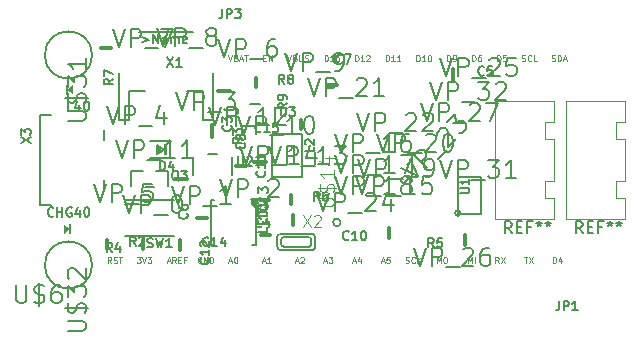
<source format=gbr>
G04 #@! TF.FileFunction,Legend,Top*
%FSLAX46Y46*%
G04 Gerber Fmt 4.6, Leading zero omitted, Abs format (unit mm)*
G04 Created by KiCad (PCBNEW 4.0.6) date Monday, September 17, 2018 'PMt' 12:21:56 PM*
%MOMM*%
%LPD*%
G01*
G04 APERTURE LIST*
%ADD10C,0.100000*%
%ADD11C,0.125000*%
%ADD12C,0.304800*%
%ADD13C,0.203200*%
%ADD14C,0.127000*%
%ADD15C,0.138988*%
%ADD16C,0.146304*%
%ADD17C,0.150000*%
%ADD18C,0.077216*%
%ADD19C,0.096520*%
G04 APERTURE END LIST*
D10*
D11*
X129283349Y-113726190D02*
X129116682Y-113488095D01*
X128997635Y-113726190D02*
X128997635Y-113226190D01*
X129188111Y-113226190D01*
X129235730Y-113250000D01*
X129259539Y-113273810D01*
X129283349Y-113321429D01*
X129283349Y-113392857D01*
X129259539Y-113440476D01*
X129235730Y-113464286D01*
X129188111Y-113488095D01*
X128997635Y-113488095D01*
X129473825Y-113702381D02*
X129545254Y-113726190D01*
X129664301Y-113726190D01*
X129711920Y-113702381D01*
X129735730Y-113678571D01*
X129759539Y-113630952D01*
X129759539Y-113583333D01*
X129735730Y-113535714D01*
X129711920Y-113511905D01*
X129664301Y-113488095D01*
X129569063Y-113464286D01*
X129521444Y-113440476D01*
X129497635Y-113416667D01*
X129473825Y-113369048D01*
X129473825Y-113321429D01*
X129497635Y-113273810D01*
X129521444Y-113250000D01*
X129569063Y-113226190D01*
X129688111Y-113226190D01*
X129759539Y-113250000D01*
X129902396Y-113226190D02*
X130188110Y-113226190D01*
X130045253Y-113726190D02*
X130045253Y-113226190D01*
X131450014Y-113226190D02*
X131759537Y-113226190D01*
X131592871Y-113416667D01*
X131664299Y-113416667D01*
X131711918Y-113440476D01*
X131735728Y-113464286D01*
X131759537Y-113511905D01*
X131759537Y-113630952D01*
X131735728Y-113678571D01*
X131711918Y-113702381D01*
X131664299Y-113726190D01*
X131521442Y-113726190D01*
X131473823Y-113702381D01*
X131450014Y-113678571D01*
X131902394Y-113226190D02*
X132069061Y-113726190D01*
X132235727Y-113226190D01*
X132354775Y-113226190D02*
X132664298Y-113226190D01*
X132497632Y-113416667D01*
X132569060Y-113416667D01*
X132616679Y-113440476D01*
X132640489Y-113464286D01*
X132664298Y-113511905D01*
X132664298Y-113630952D01*
X132640489Y-113678571D01*
X132616679Y-113702381D01*
X132569060Y-113726190D01*
X132426203Y-113726190D01*
X132378584Y-113702381D01*
X132354775Y-113678571D01*
X133997630Y-113583333D02*
X134235725Y-113583333D01*
X133950011Y-113726190D02*
X134116678Y-113226190D01*
X134283344Y-113726190D01*
X134735725Y-113726190D02*
X134569058Y-113488095D01*
X134450011Y-113726190D02*
X134450011Y-113226190D01*
X134640487Y-113226190D01*
X134688106Y-113250000D01*
X134711915Y-113273810D01*
X134735725Y-113321429D01*
X134735725Y-113392857D01*
X134711915Y-113440476D01*
X134688106Y-113464286D01*
X134640487Y-113488095D01*
X134450011Y-113488095D01*
X134950011Y-113464286D02*
X135116677Y-113464286D01*
X135188106Y-113726190D02*
X134950011Y-113726190D01*
X134950011Y-113226190D01*
X135188106Y-113226190D01*
X135569058Y-113464286D02*
X135402392Y-113464286D01*
X135402392Y-113726190D02*
X135402392Y-113226190D01*
X135640487Y-113226190D01*
X136854771Y-113250000D02*
X136807152Y-113226190D01*
X136735724Y-113226190D01*
X136664295Y-113250000D01*
X136616676Y-113297619D01*
X136592867Y-113345238D01*
X136569057Y-113440476D01*
X136569057Y-113511905D01*
X136592867Y-113607143D01*
X136616676Y-113654762D01*
X136664295Y-113702381D01*
X136735724Y-113726190D01*
X136783343Y-113726190D01*
X136854771Y-113702381D01*
X136878581Y-113678571D01*
X136878581Y-113511905D01*
X136783343Y-113511905D01*
X137092867Y-113726190D02*
X137092867Y-113226190D01*
X137378581Y-113726190D01*
X137378581Y-113226190D01*
X137616677Y-113726190D02*
X137616677Y-113226190D01*
X137735724Y-113226190D01*
X137807153Y-113250000D01*
X137854772Y-113297619D01*
X137878581Y-113345238D01*
X137902391Y-113440476D01*
X137902391Y-113511905D01*
X137878581Y-113607143D01*
X137854772Y-113654762D01*
X137807153Y-113702381D01*
X137735724Y-113726190D01*
X137616677Y-113726190D01*
X139235723Y-113583333D02*
X139473818Y-113583333D01*
X139188104Y-113726190D02*
X139354771Y-113226190D01*
X139521437Y-113726190D01*
X139783342Y-113226190D02*
X139830961Y-113226190D01*
X139878580Y-113250000D01*
X139902389Y-113273810D01*
X139926199Y-113321429D01*
X139950008Y-113416667D01*
X139950008Y-113535714D01*
X139926199Y-113630952D01*
X139902389Y-113678571D01*
X139878580Y-113702381D01*
X139830961Y-113726190D01*
X139783342Y-113726190D01*
X139735723Y-113702381D01*
X139711913Y-113678571D01*
X139688104Y-113630952D01*
X139664294Y-113535714D01*
X139664294Y-113416667D01*
X139688104Y-113321429D01*
X139711913Y-113273810D01*
X139735723Y-113250000D01*
X139783342Y-113226190D01*
X142045244Y-113583333D02*
X142283339Y-113583333D01*
X141997625Y-113726190D02*
X142164292Y-113226190D01*
X142330958Y-113726190D01*
X142759529Y-113726190D02*
X142473815Y-113726190D01*
X142616672Y-113726190D02*
X142616672Y-113226190D01*
X142569053Y-113297619D01*
X142521434Y-113345238D01*
X142473815Y-113369048D01*
X144854765Y-113583333D02*
X145092860Y-113583333D01*
X144807146Y-113726190D02*
X144973813Y-113226190D01*
X145140479Y-113726190D01*
X145283336Y-113273810D02*
X145307146Y-113250000D01*
X145354765Y-113226190D01*
X145473812Y-113226190D01*
X145521431Y-113250000D01*
X145545241Y-113273810D01*
X145569050Y-113321429D01*
X145569050Y-113369048D01*
X145545241Y-113440476D01*
X145259527Y-113726190D01*
X145569050Y-113726190D01*
X147283334Y-113583333D02*
X147521429Y-113583333D01*
X147235715Y-113726190D02*
X147402382Y-113226190D01*
X147569048Y-113726190D01*
X147688096Y-113226190D02*
X147997619Y-113226190D01*
X147830953Y-113416667D01*
X147902381Y-113416667D01*
X147950000Y-113440476D01*
X147973810Y-113464286D01*
X147997619Y-113511905D01*
X147997619Y-113630952D01*
X147973810Y-113678571D01*
X147950000Y-113702381D01*
X147902381Y-113726190D01*
X147759524Y-113726190D01*
X147711905Y-113702381D01*
X147688096Y-113678571D01*
X149711903Y-113583333D02*
X149949998Y-113583333D01*
X149664284Y-113726190D02*
X149830951Y-113226190D01*
X149997617Y-113726190D01*
X150378569Y-113392857D02*
X150378569Y-113726190D01*
X150259522Y-113202381D02*
X150140474Y-113559524D01*
X150449998Y-113559524D01*
X152140472Y-113583333D02*
X152378567Y-113583333D01*
X152092853Y-113726190D02*
X152259520Y-113226190D01*
X152426186Y-113726190D01*
X152830948Y-113226190D02*
X152592853Y-113226190D01*
X152569043Y-113464286D01*
X152592853Y-113440476D01*
X152640472Y-113416667D01*
X152759519Y-113416667D01*
X152807138Y-113440476D01*
X152830948Y-113464286D01*
X152854757Y-113511905D01*
X152854757Y-113630952D01*
X152830948Y-113678571D01*
X152807138Y-113702381D01*
X152759519Y-113726190D01*
X152640472Y-113726190D01*
X152592853Y-113702381D01*
X152569043Y-113678571D01*
X154188089Y-113702381D02*
X154259518Y-113726190D01*
X154378565Y-113726190D01*
X154426184Y-113702381D01*
X154449994Y-113678571D01*
X154473803Y-113630952D01*
X154473803Y-113583333D01*
X154449994Y-113535714D01*
X154426184Y-113511905D01*
X154378565Y-113488095D01*
X154283327Y-113464286D01*
X154235708Y-113440476D01*
X154211899Y-113416667D01*
X154188089Y-113369048D01*
X154188089Y-113321429D01*
X154211899Y-113273810D01*
X154235708Y-113250000D01*
X154283327Y-113226190D01*
X154402375Y-113226190D01*
X154473803Y-113250000D01*
X154973803Y-113678571D02*
X154949993Y-113702381D01*
X154878565Y-113726190D01*
X154830946Y-113726190D01*
X154759517Y-113702381D01*
X154711898Y-113654762D01*
X154688089Y-113607143D01*
X154664279Y-113511905D01*
X154664279Y-113440476D01*
X154688089Y-113345238D01*
X154711898Y-113297619D01*
X154759517Y-113250000D01*
X154830946Y-113226190D01*
X154878565Y-113226190D01*
X154949993Y-113250000D01*
X154973803Y-113273810D01*
X155188089Y-113726190D02*
X155188089Y-113226190D01*
X155473803Y-113726190D02*
X155259517Y-113440476D01*
X155473803Y-113226190D02*
X155188089Y-113511905D01*
X156830945Y-113726190D02*
X156830945Y-113226190D01*
X156997611Y-113583333D01*
X157164278Y-113226190D01*
X157164278Y-113726190D01*
X157497612Y-113226190D02*
X157592850Y-113226190D01*
X157640469Y-113250000D01*
X157688088Y-113297619D01*
X157711897Y-113392857D01*
X157711897Y-113559524D01*
X157688088Y-113654762D01*
X157640469Y-113702381D01*
X157592850Y-113726190D01*
X157497612Y-113726190D01*
X157449993Y-113702381D01*
X157402374Y-113654762D01*
X157378564Y-113559524D01*
X157378564Y-113392857D01*
X157402374Y-113297619D01*
X157449993Y-113250000D01*
X157497612Y-113226190D01*
X159449992Y-113726190D02*
X159449992Y-113226190D01*
X159616658Y-113583333D01*
X159783325Y-113226190D01*
X159783325Y-113726190D01*
X160021421Y-113726190D02*
X160021421Y-113226190D01*
X162069038Y-113726190D02*
X161902371Y-113488095D01*
X161783324Y-113726190D02*
X161783324Y-113226190D01*
X161973800Y-113226190D01*
X162021419Y-113250000D01*
X162045228Y-113273810D01*
X162069038Y-113321429D01*
X162069038Y-113392857D01*
X162045228Y-113440476D01*
X162021419Y-113464286D01*
X161973800Y-113488095D01*
X161783324Y-113488095D01*
X162235705Y-113226190D02*
X162569038Y-113726190D01*
X162569038Y-113226190D02*
X162235705Y-113726190D01*
X164211893Y-113226190D02*
X164497607Y-113226190D01*
X164354750Y-113726190D02*
X164354750Y-113226190D01*
X164616655Y-113226190D02*
X164949988Y-113726190D01*
X164949988Y-113226190D02*
X164616655Y-113726190D01*
X166664272Y-113726190D02*
X166664272Y-113226190D01*
X166783319Y-113226190D01*
X166854748Y-113250000D01*
X166902367Y-113297619D01*
X166926176Y-113345238D01*
X166949986Y-113440476D01*
X166949986Y-113511905D01*
X166926176Y-113607143D01*
X166902367Y-113654762D01*
X166854748Y-113702381D01*
X166783319Y-113726190D01*
X166664272Y-113726190D01*
X167378557Y-113392857D02*
X167378557Y-113726190D01*
X167259510Y-113202381D02*
X167140462Y-113559524D01*
X167449986Y-113559524D01*
X139178582Y-96126190D02*
X139345249Y-96626190D01*
X139511915Y-96126190D01*
X139845248Y-96364286D02*
X139916677Y-96388095D01*
X139940486Y-96411905D01*
X139964296Y-96459524D01*
X139964296Y-96530952D01*
X139940486Y-96578571D01*
X139916677Y-96602381D01*
X139869058Y-96626190D01*
X139678582Y-96626190D01*
X139678582Y-96126190D01*
X139845248Y-96126190D01*
X139892867Y-96150000D01*
X139916677Y-96173810D01*
X139940486Y-96221429D01*
X139940486Y-96269048D01*
X139916677Y-96316667D01*
X139892867Y-96340476D01*
X139845248Y-96364286D01*
X139678582Y-96364286D01*
X140154772Y-96483333D02*
X140392867Y-96483333D01*
X140107153Y-96626190D02*
X140273820Y-96126190D01*
X140440486Y-96626190D01*
X140535724Y-96126190D02*
X140821438Y-96126190D01*
X140678581Y-96626190D02*
X140678581Y-96126190D01*
X142130961Y-96364286D02*
X142297627Y-96364286D01*
X142369056Y-96626190D02*
X142130961Y-96626190D01*
X142130961Y-96126190D01*
X142369056Y-96126190D01*
X142583342Y-96626190D02*
X142583342Y-96126190D01*
X142869056Y-96626190D01*
X142869056Y-96126190D01*
X144178579Y-96126190D02*
X144345246Y-96626190D01*
X144511912Y-96126190D01*
X144845245Y-96364286D02*
X144916674Y-96388095D01*
X144940483Y-96411905D01*
X144964293Y-96459524D01*
X144964293Y-96530952D01*
X144940483Y-96578571D01*
X144916674Y-96602381D01*
X144869055Y-96626190D01*
X144678579Y-96626190D01*
X144678579Y-96126190D01*
X144845245Y-96126190D01*
X144892864Y-96150000D01*
X144916674Y-96173810D01*
X144940483Y-96221429D01*
X144940483Y-96269048D01*
X144916674Y-96316667D01*
X144892864Y-96340476D01*
X144845245Y-96364286D01*
X144678579Y-96364286D01*
X145178579Y-96126190D02*
X145178579Y-96530952D01*
X145202388Y-96578571D01*
X145226198Y-96602381D01*
X145273817Y-96626190D01*
X145369055Y-96626190D01*
X145416674Y-96602381D01*
X145440483Y-96578571D01*
X145464293Y-96530952D01*
X145464293Y-96126190D01*
X145678579Y-96602381D02*
X145750008Y-96626190D01*
X145869055Y-96626190D01*
X145916674Y-96602381D01*
X145940484Y-96578571D01*
X145964293Y-96530952D01*
X145964293Y-96483333D01*
X145940484Y-96435714D01*
X145916674Y-96411905D01*
X145869055Y-96388095D01*
X145773817Y-96364286D01*
X145726198Y-96340476D01*
X145702389Y-96316667D01*
X145678579Y-96269048D01*
X145678579Y-96221429D01*
X145702389Y-96173810D01*
X145726198Y-96150000D01*
X145773817Y-96126190D01*
X145892865Y-96126190D01*
X145964293Y-96150000D01*
X147321435Y-96626190D02*
X147321435Y-96126190D01*
X147440482Y-96126190D01*
X147511911Y-96150000D01*
X147559530Y-96197619D01*
X147583339Y-96245238D01*
X147607149Y-96340476D01*
X147607149Y-96411905D01*
X147583339Y-96507143D01*
X147559530Y-96554762D01*
X147511911Y-96602381D01*
X147440482Y-96626190D01*
X147321435Y-96626190D01*
X148083339Y-96626190D02*
X147797625Y-96626190D01*
X147940482Y-96626190D02*
X147940482Y-96126190D01*
X147892863Y-96197619D01*
X147845244Y-96245238D01*
X147797625Y-96269048D01*
X148250006Y-96126190D02*
X148559529Y-96126190D01*
X148392863Y-96316667D01*
X148464291Y-96316667D01*
X148511910Y-96340476D01*
X148535720Y-96364286D01*
X148559529Y-96411905D01*
X148559529Y-96530952D01*
X148535720Y-96578571D01*
X148511910Y-96602381D01*
X148464291Y-96626190D01*
X148321434Y-96626190D01*
X148273815Y-96602381D01*
X148250006Y-96578571D01*
X149916671Y-96626190D02*
X149916671Y-96126190D01*
X150035718Y-96126190D01*
X150107147Y-96150000D01*
X150154766Y-96197619D01*
X150178575Y-96245238D01*
X150202385Y-96340476D01*
X150202385Y-96411905D01*
X150178575Y-96507143D01*
X150154766Y-96554762D01*
X150107147Y-96602381D01*
X150035718Y-96626190D01*
X149916671Y-96626190D01*
X150678575Y-96626190D02*
X150392861Y-96626190D01*
X150535718Y-96626190D02*
X150535718Y-96126190D01*
X150488099Y-96197619D01*
X150440480Y-96245238D01*
X150392861Y-96269048D01*
X150869051Y-96173810D02*
X150892861Y-96150000D01*
X150940480Y-96126190D01*
X151059527Y-96126190D01*
X151107146Y-96150000D01*
X151130956Y-96173810D01*
X151154765Y-96221429D01*
X151154765Y-96269048D01*
X151130956Y-96340476D01*
X150845242Y-96626190D01*
X151154765Y-96626190D01*
X152511907Y-96626190D02*
X152511907Y-96126190D01*
X152630954Y-96126190D01*
X152702383Y-96150000D01*
X152750002Y-96197619D01*
X152773811Y-96245238D01*
X152797621Y-96340476D01*
X152797621Y-96411905D01*
X152773811Y-96507143D01*
X152750002Y-96554762D01*
X152702383Y-96602381D01*
X152630954Y-96626190D01*
X152511907Y-96626190D01*
X153273811Y-96626190D02*
X152988097Y-96626190D01*
X153130954Y-96626190D02*
X153130954Y-96126190D01*
X153083335Y-96197619D01*
X153035716Y-96245238D01*
X152988097Y-96269048D01*
X153750001Y-96626190D02*
X153464287Y-96626190D01*
X153607144Y-96626190D02*
X153607144Y-96126190D01*
X153559525Y-96197619D01*
X153511906Y-96245238D01*
X153464287Y-96269048D01*
X155107143Y-96626190D02*
X155107143Y-96126190D01*
X155226190Y-96126190D01*
X155297619Y-96150000D01*
X155345238Y-96197619D01*
X155369047Y-96245238D01*
X155392857Y-96340476D01*
X155392857Y-96411905D01*
X155369047Y-96507143D01*
X155345238Y-96554762D01*
X155297619Y-96602381D01*
X155226190Y-96626190D01*
X155107143Y-96626190D01*
X155869047Y-96626190D02*
X155583333Y-96626190D01*
X155726190Y-96626190D02*
X155726190Y-96126190D01*
X155678571Y-96197619D01*
X155630952Y-96245238D01*
X155583333Y-96269048D01*
X156178571Y-96126190D02*
X156226190Y-96126190D01*
X156273809Y-96150000D01*
X156297618Y-96173810D01*
X156321428Y-96221429D01*
X156345237Y-96316667D01*
X156345237Y-96435714D01*
X156321428Y-96530952D01*
X156297618Y-96578571D01*
X156273809Y-96602381D01*
X156226190Y-96626190D01*
X156178571Y-96626190D01*
X156130952Y-96602381D01*
X156107142Y-96578571D01*
X156083333Y-96530952D01*
X156059523Y-96435714D01*
X156059523Y-96316667D01*
X156083333Y-96221429D01*
X156107142Y-96173810D01*
X156130952Y-96150000D01*
X156178571Y-96126190D01*
X157702379Y-96626190D02*
X157702379Y-96126190D01*
X157821426Y-96126190D01*
X157892855Y-96150000D01*
X157940474Y-96197619D01*
X157964283Y-96245238D01*
X157988093Y-96340476D01*
X157988093Y-96411905D01*
X157964283Y-96507143D01*
X157940474Y-96554762D01*
X157892855Y-96602381D01*
X157821426Y-96626190D01*
X157702379Y-96626190D01*
X158226188Y-96626190D02*
X158321426Y-96626190D01*
X158369045Y-96602381D01*
X158392855Y-96578571D01*
X158440474Y-96507143D01*
X158464283Y-96411905D01*
X158464283Y-96221429D01*
X158440474Y-96173810D01*
X158416664Y-96150000D01*
X158369045Y-96126190D01*
X158273807Y-96126190D01*
X158226188Y-96150000D01*
X158202379Y-96173810D01*
X158178569Y-96221429D01*
X158178569Y-96340476D01*
X158202379Y-96388095D01*
X158226188Y-96411905D01*
X158273807Y-96435714D01*
X158369045Y-96435714D01*
X158416664Y-96411905D01*
X158440474Y-96388095D01*
X158464283Y-96340476D01*
X159821425Y-96626190D02*
X159821425Y-96126190D01*
X159940472Y-96126190D01*
X160011901Y-96150000D01*
X160059520Y-96197619D01*
X160083329Y-96245238D01*
X160107139Y-96340476D01*
X160107139Y-96411905D01*
X160083329Y-96507143D01*
X160059520Y-96554762D01*
X160011901Y-96602381D01*
X159940472Y-96626190D01*
X159821425Y-96626190D01*
X160535710Y-96126190D02*
X160440472Y-96126190D01*
X160392853Y-96150000D01*
X160369044Y-96173810D01*
X160321425Y-96245238D01*
X160297615Y-96340476D01*
X160297615Y-96530952D01*
X160321425Y-96578571D01*
X160345234Y-96602381D01*
X160392853Y-96626190D01*
X160488091Y-96626190D01*
X160535710Y-96602381D01*
X160559520Y-96578571D01*
X160583329Y-96530952D01*
X160583329Y-96411905D01*
X160559520Y-96364286D01*
X160535710Y-96340476D01*
X160488091Y-96316667D01*
X160392853Y-96316667D01*
X160345234Y-96340476D01*
X160321425Y-96364286D01*
X160297615Y-96411905D01*
X161940471Y-96626190D02*
X161940471Y-96126190D01*
X162059518Y-96126190D01*
X162130947Y-96150000D01*
X162178566Y-96197619D01*
X162202375Y-96245238D01*
X162226185Y-96340476D01*
X162226185Y-96411905D01*
X162202375Y-96507143D01*
X162178566Y-96554762D01*
X162130947Y-96602381D01*
X162059518Y-96626190D01*
X161940471Y-96626190D01*
X162678566Y-96126190D02*
X162440471Y-96126190D01*
X162416661Y-96364286D01*
X162440471Y-96340476D01*
X162488090Y-96316667D01*
X162607137Y-96316667D01*
X162654756Y-96340476D01*
X162678566Y-96364286D01*
X162702375Y-96411905D01*
X162702375Y-96530952D01*
X162678566Y-96578571D01*
X162654756Y-96602381D01*
X162607137Y-96626190D01*
X162488090Y-96626190D01*
X162440471Y-96602381D01*
X162416661Y-96578571D01*
X164035707Y-96602381D02*
X164107136Y-96626190D01*
X164226183Y-96626190D01*
X164273802Y-96602381D01*
X164297612Y-96578571D01*
X164321421Y-96530952D01*
X164321421Y-96483333D01*
X164297612Y-96435714D01*
X164273802Y-96411905D01*
X164226183Y-96388095D01*
X164130945Y-96364286D01*
X164083326Y-96340476D01*
X164059517Y-96316667D01*
X164035707Y-96269048D01*
X164035707Y-96221429D01*
X164059517Y-96173810D01*
X164083326Y-96150000D01*
X164130945Y-96126190D01*
X164249993Y-96126190D01*
X164321421Y-96150000D01*
X164821421Y-96578571D02*
X164797611Y-96602381D01*
X164726183Y-96626190D01*
X164678564Y-96626190D01*
X164607135Y-96602381D01*
X164559516Y-96554762D01*
X164535707Y-96507143D01*
X164511897Y-96411905D01*
X164511897Y-96340476D01*
X164535707Y-96245238D01*
X164559516Y-96197619D01*
X164607135Y-96150000D01*
X164678564Y-96126190D01*
X164726183Y-96126190D01*
X164797611Y-96150000D01*
X164821421Y-96173810D01*
X165273802Y-96626190D02*
X165035707Y-96626190D01*
X165035707Y-96126190D01*
X166559515Y-96602381D02*
X166630944Y-96626190D01*
X166749991Y-96626190D01*
X166797610Y-96602381D01*
X166821420Y-96578571D01*
X166845229Y-96530952D01*
X166845229Y-96483333D01*
X166821420Y-96435714D01*
X166797610Y-96411905D01*
X166749991Y-96388095D01*
X166654753Y-96364286D01*
X166607134Y-96340476D01*
X166583325Y-96316667D01*
X166559515Y-96269048D01*
X166559515Y-96221429D01*
X166583325Y-96173810D01*
X166607134Y-96150000D01*
X166654753Y-96126190D01*
X166773801Y-96126190D01*
X166845229Y-96150000D01*
X167059515Y-96626190D02*
X167059515Y-96126190D01*
X167178562Y-96126190D01*
X167249991Y-96150000D01*
X167297610Y-96197619D01*
X167321419Y-96245238D01*
X167345229Y-96340476D01*
X167345229Y-96411905D01*
X167321419Y-96507143D01*
X167297610Y-96554762D01*
X167249991Y-96602381D01*
X167178562Y-96626190D01*
X167059515Y-96626190D01*
X167535705Y-96483333D02*
X167773800Y-96483333D01*
X167488086Y-96626190D02*
X167654753Y-96126190D01*
X167821419Y-96626190D01*
D12*
X135650600Y-106596100D02*
X134634600Y-106596100D01*
X147610100Y-98653400D02*
X148410100Y-98653400D01*
X137829600Y-102067600D02*
X137829600Y-103083600D01*
D10*
G36*
X125605600Y-99519100D02*
X125605600Y-98630100D01*
X125415100Y-98630100D01*
X125415100Y-99519100D01*
X125605600Y-99519100D01*
G37*
G36*
X125492100Y-99074600D02*
X126000100Y-99455600D01*
X126000100Y-98693600D01*
X125492100Y-99074600D01*
G37*
D12*
X135089900Y-111816006D02*
X135089900Y-112616006D01*
X129216100Y-95478600D02*
X128416100Y-95478600D01*
D13*
X134599100Y-111418500D02*
X130399100Y-111418500D01*
X130399100Y-108367700D02*
X134599100Y-108367700D01*
X127641100Y-96113600D02*
G75*
G03X127641100Y-96113600I-2000000J0D01*
G01*
X127641100Y-113893600D02*
G75*
G03X127641100Y-113893600I-2000000J0D01*
G01*
D14*
X128646100Y-102503600D02*
X128646100Y-103303600D01*
X128646100Y-106703600D02*
X128646100Y-107503600D01*
X124146100Y-101203600D02*
X123246100Y-101203600D01*
X123246100Y-101203600D02*
X123246100Y-108803600D01*
X123246100Y-108803600D02*
X124146100Y-108803600D01*
D13*
X136183100Y-104711600D02*
X136183100Y-106311600D01*
X139483100Y-104711600D02*
X139483100Y-106311600D01*
X137433100Y-104461600D02*
X138233100Y-104461600D01*
X131646100Y-94129600D02*
X136146100Y-94129600D01*
X137896100Y-97629600D02*
X137896100Y-101629600D01*
X137896100Y-101629600D02*
X137046100Y-101629600D01*
X137046100Y-101629600D02*
X137046100Y-99129600D01*
X137046100Y-99129600D02*
X135646100Y-99129600D01*
X132146100Y-99129600D02*
X130746100Y-99129600D01*
X130746100Y-99129600D02*
X130746100Y-101629600D01*
X130746100Y-101629600D02*
X129896100Y-101629600D01*
X129896100Y-101629600D02*
X129896100Y-97629600D01*
X139802600Y-100520600D02*
X139802600Y-102120600D01*
X143102600Y-100520600D02*
X143102600Y-102120600D01*
X141052600Y-100270600D02*
X141852600Y-100270600D01*
D10*
G36*
X125654600Y-110401100D02*
X125654600Y-111290100D01*
X125845100Y-111290100D01*
X125845100Y-110401100D01*
X125654600Y-110401100D01*
G37*
G36*
X125768100Y-110845600D02*
X125260100Y-110464600D01*
X125260100Y-111226600D01*
X125768100Y-110845600D01*
G37*
D12*
X128930400Y-111779100D02*
X128930400Y-112579100D01*
X139357100Y-99161600D02*
X138341100Y-99161600D01*
X141516100Y-98063100D02*
X141516100Y-98863100D01*
X141903500Y-111366300D02*
X142703500Y-111366300D01*
X144627600Y-110483600D02*
X144627600Y-109683600D01*
D14*
X143589800Y-111237800D02*
G75*
G03X143307000Y-111520600I0J-282800D01*
G01*
X143589800Y-111237800D02*
X146224200Y-111237800D01*
X146507000Y-111520600D02*
G75*
G03X146224200Y-111237800I-282800J0D01*
G01*
X146507000Y-111520600D02*
X146507000Y-112414200D01*
X146283400Y-112637800D02*
G75*
G03X146507000Y-112414200I0J223600D01*
G01*
X146283400Y-112637800D02*
X143623200Y-112637800D01*
X143307000Y-112321600D02*
G75*
G03X143623200Y-112637800I316200J0D01*
G01*
X143307000Y-112321600D02*
X143307000Y-111520600D01*
X146007000Y-112337800D02*
X143907000Y-112337800D01*
X143607000Y-112037800D02*
G75*
G03X143907000Y-112337800I300100J100D01*
G01*
X143607000Y-112037800D02*
X143607000Y-111837800D01*
X143907001Y-111537801D02*
G75*
G03X143607000Y-111837800I-1J-300000D01*
G01*
X143907000Y-111537800D02*
X145907000Y-111537800D01*
X146207001Y-111737801D02*
G75*
G03X145907000Y-111537800I-250001J-50000D01*
G01*
X146207000Y-111737800D02*
X146207000Y-112037800D01*
X146006999Y-112337799D02*
G75*
G03X146207000Y-112037800I-49899J249933D01*
G01*
D12*
X158165800Y-97256600D02*
X158165800Y-98272600D01*
D14*
X141185700Y-108424900D02*
X141485700Y-108424900D01*
X141485700Y-108424900D02*
X141485700Y-112224900D01*
X141485700Y-112224900D02*
X141185700Y-112224900D01*
X137985700Y-108424900D02*
X137685700Y-108424900D01*
X137685700Y-108424900D02*
X137685700Y-112224900D01*
X137685700Y-112224900D02*
X137985700Y-112224900D01*
D10*
G36*
X141490700Y-108419900D02*
X141109700Y-108419900D01*
X141109700Y-108800900D01*
X141490700Y-109181900D01*
X141490700Y-108419900D01*
G37*
D14*
X158613600Y-109600800D02*
X158613600Y-106400800D01*
X158613600Y-106400800D02*
X160613600Y-106400800D01*
X160613600Y-106400800D02*
X160613600Y-109600800D01*
X160613600Y-109600800D02*
X158613600Y-109600800D01*
X158837206Y-109500800D02*
G75*
G03X158837206Y-109500800I-223606J0D01*
G01*
D12*
X159219900Y-112185400D02*
X159219900Y-111385400D01*
X141827300Y-108369100D02*
X142627300Y-108369100D01*
X152763306Y-111570803D02*
X152763306Y-110770803D01*
X131991100Y-112579100D02*
X131991100Y-111779100D01*
D13*
X134324600Y-104814600D02*
X132578600Y-104814600D01*
X132578600Y-103414600D02*
X134324600Y-103414600D01*
X133751600Y-104114600D02*
X133151600Y-104514600D01*
X133151600Y-104514600D02*
X133151600Y-103714600D01*
X133151600Y-103714600D02*
X133751600Y-104114600D01*
D10*
G36*
X133951600Y-103614600D02*
X133751600Y-103614600D01*
X133751600Y-104614600D01*
X133951600Y-104614600D01*
X133951600Y-103614600D01*
G37*
G36*
X133551600Y-104114600D02*
X133251600Y-104314600D01*
X133251600Y-103914600D01*
X133551600Y-104114600D01*
G37*
D13*
X130926700Y-107243500D02*
X130926700Y-105930700D01*
X130926700Y-105930700D02*
X131935500Y-105930700D01*
X134071500Y-105930700D02*
X134071500Y-107243500D01*
X133062700Y-105930700D02*
X134071500Y-105930700D01*
X132871500Y-107251500D02*
X132112700Y-107251500D01*
D12*
X139846100Y-105511600D02*
X140646100Y-105511600D01*
X137356800Y-109931200D02*
X136556800Y-109931200D01*
X144500600Y-107969100D02*
X144500600Y-108769100D01*
D14*
X148679825Y-110284600D02*
G75*
G03X148679825Y-110284600I-316225J0D01*
G01*
D12*
X142405100Y-105130600D02*
X141389100Y-105130600D01*
D13*
X145453100Y-102781100D02*
X145453100Y-106464100D01*
X145453100Y-106464100D02*
X142913100Y-106464100D01*
X142913100Y-106464100D02*
X142913100Y-102781100D01*
X142913100Y-102781100D02*
X145453100Y-102781100D01*
D12*
X145326100Y-102419100D02*
X145326100Y-101619100D01*
D10*
X166750000Y-101750000D02*
X166750000Y-100000000D01*
X166750000Y-106750000D02*
X166750000Y-103250000D01*
X166750000Y-110000000D02*
X166750000Y-108250000D01*
X166750000Y-103250000D02*
X166000000Y-103250000D01*
X166000000Y-103250000D02*
X166000000Y-101750000D01*
X166000000Y-101750000D02*
X166750000Y-101750000D01*
X166750000Y-106750000D02*
X166000000Y-106750000D01*
X166000000Y-106750000D02*
X166000000Y-108250000D01*
X166000000Y-108250000D02*
X166750000Y-108250000D01*
X161750000Y-110000000D02*
X161750000Y-100000000D01*
X161750000Y-100000000D02*
X166750000Y-100000000D01*
X166750000Y-110000000D02*
X161750000Y-110000000D01*
X172750000Y-101750000D02*
X172750000Y-100000000D01*
X172750000Y-106750000D02*
X172750000Y-103250000D01*
X172750000Y-110000000D02*
X172750000Y-108250000D01*
X172750000Y-103250000D02*
X172000000Y-103250000D01*
X172000000Y-103250000D02*
X172000000Y-101750000D01*
X172000000Y-101750000D02*
X172750000Y-101750000D01*
X172750000Y-106750000D02*
X172000000Y-106750000D01*
X172000000Y-106750000D02*
X172000000Y-108250000D01*
X172000000Y-108250000D02*
X172750000Y-108250000D01*
X167750000Y-110000000D02*
X167750000Y-100000000D01*
X167750000Y-100000000D02*
X172750000Y-100000000D01*
X172750000Y-110000000D02*
X167750000Y-110000000D01*
D15*
X135677451Y-109510568D02*
X135714221Y-109547338D01*
X135750990Y-109657646D01*
X135750990Y-109731185D01*
X135714221Y-109841494D01*
X135640682Y-109915033D01*
X135567143Y-109951802D01*
X135420065Y-109988572D01*
X135309756Y-109988572D01*
X135162678Y-109951802D01*
X135089139Y-109915033D01*
X135015600Y-109841494D01*
X134978830Y-109731185D01*
X134978830Y-109657646D01*
X135015600Y-109547338D01*
X135052370Y-109510568D01*
X134978830Y-108848717D02*
X134978830Y-108995795D01*
X135015600Y-109069334D01*
X135052370Y-109106103D01*
X135162678Y-109179642D01*
X135309756Y-109216412D01*
X135603912Y-109216412D01*
X135677451Y-109179642D01*
X135714221Y-109142873D01*
X135750990Y-109069334D01*
X135750990Y-108922256D01*
X135714221Y-108848717D01*
X135677451Y-108811947D01*
X135603912Y-108775178D01*
X135420065Y-108775178D01*
X135346526Y-108811947D01*
X135309756Y-108848717D01*
X135272987Y-108922256D01*
X135272987Y-109069334D01*
X135309756Y-109142873D01*
X135346526Y-109179642D01*
X135420065Y-109216412D01*
X148762182Y-96765091D02*
X148725412Y-96801861D01*
X148615104Y-96838630D01*
X148541565Y-96838630D01*
X148431256Y-96801861D01*
X148357717Y-96728322D01*
X148320948Y-96654783D01*
X148284178Y-96507705D01*
X148284178Y-96397396D01*
X148320948Y-96250318D01*
X148357717Y-96176779D01*
X148431256Y-96103240D01*
X148541565Y-96066470D01*
X148615104Y-96066470D01*
X148725412Y-96103240D01*
X148762182Y-96140010D01*
X149019569Y-96066470D02*
X149534342Y-96066470D01*
X149203416Y-96838630D01*
X140523451Y-103585068D02*
X140560221Y-103621838D01*
X140596990Y-103732146D01*
X140596990Y-103805685D01*
X140560221Y-103915994D01*
X140486682Y-103989533D01*
X140413143Y-104026302D01*
X140266065Y-104063072D01*
X140155756Y-104063072D01*
X140008678Y-104026302D01*
X139935139Y-103989533D01*
X139861600Y-103915994D01*
X139824830Y-103805685D01*
X139824830Y-103732146D01*
X139861600Y-103621838D01*
X139898370Y-103585068D01*
X140155756Y-103143834D02*
X140118987Y-103217373D01*
X140082217Y-103254142D01*
X140008678Y-103290912D01*
X139971909Y-103290912D01*
X139898370Y-103254142D01*
X139861600Y-103217373D01*
X139824830Y-103143834D01*
X139824830Y-102996756D01*
X139861600Y-102923217D01*
X139898370Y-102886447D01*
X139971909Y-102849678D01*
X140008678Y-102849678D01*
X140082217Y-102886447D01*
X140118987Y-102923217D01*
X140155756Y-102996756D01*
X140155756Y-103143834D01*
X140192526Y-103217373D01*
X140229295Y-103254142D01*
X140302834Y-103290912D01*
X140449912Y-103290912D01*
X140523451Y-103254142D01*
X140560221Y-103217373D01*
X140596990Y-103143834D01*
X140596990Y-102996756D01*
X140560221Y-102923217D01*
X140523451Y-102886447D01*
X140449912Y-102849678D01*
X140302834Y-102849678D01*
X140229295Y-102886447D01*
X140192526Y-102923217D01*
X140155756Y-102996756D01*
X125979781Y-100825990D02*
X125612086Y-100825990D01*
X125612086Y-100053830D01*
X126568093Y-100311217D02*
X126568093Y-100825990D01*
X126384246Y-100017061D02*
X126200398Y-100568604D01*
X126678402Y-100568604D01*
X127119636Y-100053830D02*
X127193175Y-100053830D01*
X127266714Y-100090600D01*
X127303483Y-100127370D01*
X127340253Y-100200909D01*
X127377022Y-100347987D01*
X127377022Y-100531834D01*
X127340253Y-100678912D01*
X127303483Y-100752451D01*
X127266714Y-100789221D01*
X127193175Y-100825990D01*
X127119636Y-100825990D01*
X127046097Y-100789221D01*
X127009327Y-100752451D01*
X126972558Y-100678912D01*
X126935788Y-100531834D01*
X126935788Y-100347987D01*
X126972558Y-100200909D01*
X127009327Y-100127370D01*
X127046097Y-100090600D01*
X127119636Y-100053830D01*
X137492982Y-112232697D02*
X137456212Y-112269467D01*
X137345904Y-112306236D01*
X137272365Y-112306236D01*
X137162056Y-112269467D01*
X137088517Y-112195928D01*
X137051748Y-112122389D01*
X137014978Y-111975311D01*
X137014978Y-111865002D01*
X137051748Y-111717924D01*
X137088517Y-111644385D01*
X137162056Y-111570846D01*
X137272365Y-111534076D01*
X137345904Y-111534076D01*
X137456212Y-111570846D01*
X137492982Y-111607616D01*
X138228372Y-112306236D02*
X137787138Y-112306236D01*
X138007755Y-112306236D02*
X138007755Y-111534076D01*
X137934216Y-111644385D01*
X137860677Y-111717924D01*
X137787138Y-111754694D01*
X138890223Y-111791463D02*
X138890223Y-112306236D01*
X138706376Y-111497307D02*
X138522528Y-112048850D01*
X139000532Y-112048850D01*
X129424490Y-98139068D02*
X129056795Y-98396455D01*
X129424490Y-98580302D02*
X128652330Y-98580302D01*
X128652330Y-98286146D01*
X128689100Y-98212607D01*
X128725870Y-98175838D01*
X128799409Y-98139068D01*
X128909717Y-98139068D01*
X128983256Y-98175838D01*
X129020026Y-98212607D01*
X129056795Y-98286146D01*
X129056795Y-98580302D01*
X128652330Y-97881681D02*
X128652330Y-97366908D01*
X129424490Y-97697834D01*
D16*
X132324929Y-112369721D02*
X132435238Y-112406490D01*
X132619085Y-112406490D01*
X132692624Y-112369721D01*
X132729394Y-112332951D01*
X132766163Y-112259412D01*
X132766163Y-112185873D01*
X132729394Y-112112334D01*
X132692624Y-112075565D01*
X132619085Y-112038795D01*
X132472007Y-112002026D01*
X132398468Y-111965256D01*
X132361699Y-111928487D01*
X132324929Y-111854948D01*
X132324929Y-111781409D01*
X132361699Y-111707870D01*
X132398468Y-111671100D01*
X132472007Y-111634330D01*
X132655855Y-111634330D01*
X132766163Y-111671100D01*
X133023550Y-111634330D02*
X133207397Y-112406490D01*
X133354475Y-111854948D01*
X133501553Y-112406490D01*
X133685401Y-111634330D01*
X134384022Y-112406490D02*
X133942788Y-112406490D01*
X134163405Y-112406490D02*
X134163405Y-111634330D01*
X134089866Y-111744639D01*
X134016327Y-111818178D01*
X133942788Y-111854948D01*
D17*
X125568529Y-101701601D02*
X126802243Y-101701601D01*
X126947386Y-101629029D01*
X127019957Y-101556458D01*
X127092529Y-101411315D01*
X127092529Y-101121029D01*
X127019957Y-100975887D01*
X126947386Y-100903315D01*
X126802243Y-100830744D01*
X125568529Y-100830744D01*
X127019957Y-100177601D02*
X127092529Y-99959887D01*
X127092529Y-99597030D01*
X127019957Y-99451887D01*
X126947386Y-99379316D01*
X126802243Y-99306744D01*
X126657100Y-99306744D01*
X126511957Y-99379316D01*
X126439386Y-99451887D01*
X126366814Y-99597030D01*
X126294243Y-99887316D01*
X126221671Y-100032458D01*
X126149100Y-100105030D01*
X126003957Y-100177601D01*
X125858814Y-100177601D01*
X125713671Y-100105030D01*
X125641100Y-100032458D01*
X125568529Y-99887316D01*
X125568529Y-99524458D01*
X125641100Y-99306744D01*
X125350814Y-99742173D02*
X127310243Y-99742173D01*
X125568529Y-98798744D02*
X125568529Y-97855315D01*
X126149100Y-98363315D01*
X126149100Y-98145601D01*
X126221671Y-98000458D01*
X126294243Y-97927887D01*
X126439386Y-97855315D01*
X126802243Y-97855315D01*
X126947386Y-97927887D01*
X127019957Y-98000458D01*
X127092529Y-98145601D01*
X127092529Y-98581029D01*
X127019957Y-98726172D01*
X126947386Y-98798744D01*
X127092529Y-96403886D02*
X127092529Y-97274743D01*
X127092529Y-96839315D02*
X125568529Y-96839315D01*
X125786243Y-96984458D01*
X125931386Y-97129600D01*
X126003957Y-97274743D01*
X125568529Y-119481601D02*
X126802243Y-119481601D01*
X126947386Y-119409029D01*
X127019957Y-119336458D01*
X127092529Y-119191315D01*
X127092529Y-118901029D01*
X127019957Y-118755887D01*
X126947386Y-118683315D01*
X126802243Y-118610744D01*
X125568529Y-118610744D01*
X127019957Y-117957601D02*
X127092529Y-117739887D01*
X127092529Y-117377030D01*
X127019957Y-117231887D01*
X126947386Y-117159316D01*
X126802243Y-117086744D01*
X126657100Y-117086744D01*
X126511957Y-117159316D01*
X126439386Y-117231887D01*
X126366814Y-117377030D01*
X126294243Y-117667316D01*
X126221671Y-117812458D01*
X126149100Y-117885030D01*
X126003957Y-117957601D01*
X125858814Y-117957601D01*
X125713671Y-117885030D01*
X125641100Y-117812458D01*
X125568529Y-117667316D01*
X125568529Y-117304458D01*
X125641100Y-117086744D01*
X125350814Y-117522173D02*
X127310243Y-117522173D01*
X125568529Y-116578744D02*
X125568529Y-115635315D01*
X126149100Y-116143315D01*
X126149100Y-115925601D01*
X126221671Y-115780458D01*
X126294243Y-115707887D01*
X126439386Y-115635315D01*
X126802243Y-115635315D01*
X126947386Y-115707887D01*
X127019957Y-115780458D01*
X127092529Y-115925601D01*
X127092529Y-116361029D01*
X127019957Y-116506172D01*
X126947386Y-116578744D01*
X125713671Y-115054743D02*
X125641100Y-114982172D01*
X125568529Y-114837029D01*
X125568529Y-114474172D01*
X125641100Y-114329029D01*
X125713671Y-114256458D01*
X125858814Y-114183886D01*
X126003957Y-114183886D01*
X126221671Y-114256458D01*
X127092529Y-115127315D01*
X127092529Y-114183886D01*
D15*
X121657330Y-103586071D02*
X122429490Y-103071298D01*
X121657330Y-103071298D02*
X122429490Y-103586071D01*
X121657330Y-102850681D02*
X121657330Y-102372678D01*
X121951487Y-102630064D01*
X121951487Y-102519756D01*
X121988256Y-102446217D01*
X122025026Y-102409447D01*
X122098565Y-102372678D01*
X122282412Y-102372678D01*
X122355951Y-102409447D01*
X122392721Y-102446217D01*
X122429490Y-102519756D01*
X122429490Y-102740373D01*
X122392721Y-102813912D01*
X122355951Y-102850681D01*
X139994948Y-104702670D02*
X139994948Y-105327752D01*
X140031717Y-105401291D01*
X140068487Y-105438061D01*
X140142026Y-105474830D01*
X140289104Y-105474830D01*
X140362643Y-105438061D01*
X140399412Y-105401291D01*
X140436182Y-105327752D01*
X140436182Y-104702670D01*
X140767108Y-104776210D02*
X140803878Y-104739440D01*
X140877417Y-104702670D01*
X141061264Y-104702670D01*
X141134803Y-104739440D01*
X141171573Y-104776210D01*
X141208342Y-104849749D01*
X141208342Y-104923288D01*
X141171573Y-105033596D01*
X140730339Y-105474830D01*
X141208342Y-105474830D01*
X167205903Y-116955630D02*
X167205903Y-117507173D01*
X167169133Y-117617482D01*
X167095594Y-117691021D01*
X166985286Y-117727790D01*
X166911747Y-117727790D01*
X167573598Y-117727790D02*
X167573598Y-116955630D01*
X167867754Y-116955630D01*
X167941293Y-116992400D01*
X167978062Y-117029170D01*
X168014832Y-117102709D01*
X168014832Y-117213017D01*
X167978062Y-117286556D01*
X167941293Y-117323326D01*
X167867754Y-117360095D01*
X167573598Y-117360095D01*
X168750222Y-117727790D02*
X168308988Y-117727790D01*
X168529605Y-117727790D02*
X168529605Y-116955630D01*
X168456066Y-117065939D01*
X168382527Y-117139478D01*
X168308988Y-117176248D01*
X134006409Y-96320670D02*
X134521182Y-97092830D01*
X134521182Y-96320670D02*
X134006409Y-97092830D01*
X135219802Y-97092830D02*
X134778568Y-97092830D01*
X134999185Y-97092830D02*
X134999185Y-96320670D01*
X134925646Y-96430979D01*
X134852107Y-96504518D01*
X134778568Y-96541288D01*
D16*
X131857448Y-94609557D02*
X132445760Y-94830174D01*
X131857448Y-95050791D01*
X132813456Y-95124330D02*
X132813456Y-94352170D01*
X133254690Y-95124330D01*
X133254690Y-94352170D01*
X133953311Y-95124330D02*
X133953311Y-94719866D01*
X133916542Y-94646327D01*
X133843003Y-94609557D01*
X133695925Y-94609557D01*
X133622386Y-94646327D01*
X133953311Y-95087561D02*
X133879772Y-95124330D01*
X133695925Y-95124330D01*
X133622386Y-95087561D01*
X133585616Y-95014022D01*
X133585616Y-94940483D01*
X133622386Y-94866944D01*
X133695925Y-94830174D01*
X133879772Y-94830174D01*
X133953311Y-94793405D01*
X134321007Y-95124330D02*
X134321007Y-94609557D01*
X134321007Y-94683096D02*
X134357776Y-94646327D01*
X134431315Y-94609557D01*
X134541624Y-94609557D01*
X134615163Y-94646327D01*
X134651932Y-94719866D01*
X134651932Y-95124330D01*
X134651932Y-94719866D02*
X134688702Y-94646327D01*
X134762241Y-94609557D01*
X134872549Y-94609557D01*
X134946089Y-94646327D01*
X134982858Y-94719866D01*
X134982858Y-95124330D01*
X135644710Y-95087561D02*
X135571171Y-95124330D01*
X135424093Y-95124330D01*
X135350554Y-95087561D01*
X135313784Y-95014022D01*
X135313784Y-94719866D01*
X135350554Y-94646327D01*
X135424093Y-94609557D01*
X135571171Y-94609557D01*
X135644710Y-94646327D01*
X135681479Y-94719866D01*
X135681479Y-94793405D01*
X135313784Y-94866944D01*
D15*
X138669365Y-92205870D02*
X138669365Y-92757413D01*
X138632595Y-92867722D01*
X138559056Y-92941261D01*
X138448748Y-92978030D01*
X138375209Y-92978030D01*
X139037060Y-92978030D02*
X139037060Y-92205870D01*
X139331216Y-92205870D01*
X139404755Y-92242640D01*
X139441524Y-92279410D01*
X139478294Y-92352949D01*
X139478294Y-92463257D01*
X139441524Y-92536796D01*
X139404755Y-92573566D01*
X139331216Y-92610335D01*
X139037060Y-92610335D01*
X139735681Y-92205870D02*
X140213684Y-92205870D01*
X139956298Y-92500027D01*
X140066606Y-92500027D01*
X140140145Y-92536796D01*
X140176915Y-92573566D01*
X140213684Y-92647105D01*
X140213684Y-92830952D01*
X140176915Y-92904491D01*
X140140145Y-92941261D01*
X140066606Y-92978030D01*
X139845989Y-92978030D01*
X139772450Y-92941261D01*
X139735681Y-92904491D01*
X143614448Y-100511670D02*
X143614448Y-101136752D01*
X143651217Y-101210291D01*
X143687987Y-101247061D01*
X143761526Y-101283830D01*
X143908604Y-101283830D01*
X143982143Y-101247061D01*
X144018912Y-101210291D01*
X144055682Y-101136752D01*
X144055682Y-100511670D01*
X144349839Y-100511670D02*
X144827842Y-100511670D01*
X144570456Y-100805827D01*
X144680764Y-100805827D01*
X144754303Y-100842596D01*
X144791073Y-100879366D01*
X144827842Y-100952905D01*
X144827842Y-101136752D01*
X144791073Y-101210291D01*
X144754303Y-101247061D01*
X144680764Y-101283830D01*
X144460147Y-101283830D01*
X144386608Y-101247061D01*
X144349839Y-101210291D01*
X124361182Y-109719291D02*
X124324412Y-109756061D01*
X124214104Y-109792830D01*
X124140565Y-109792830D01*
X124030256Y-109756061D01*
X123956717Y-109682522D01*
X123919948Y-109608983D01*
X123883178Y-109461905D01*
X123883178Y-109351596D01*
X123919948Y-109204518D01*
X123956717Y-109130979D01*
X124030256Y-109057440D01*
X124140565Y-109020670D01*
X124214104Y-109020670D01*
X124324412Y-109057440D01*
X124361182Y-109094210D01*
X124692108Y-109792830D02*
X124692108Y-109020670D01*
X124692108Y-109388366D02*
X125133342Y-109388366D01*
X125133342Y-109792830D02*
X125133342Y-109020670D01*
X125905502Y-109057440D02*
X125831963Y-109020670D01*
X125721655Y-109020670D01*
X125611346Y-109057440D01*
X125537807Y-109130979D01*
X125501038Y-109204518D01*
X125464268Y-109351596D01*
X125464268Y-109461905D01*
X125501038Y-109608983D01*
X125537807Y-109682522D01*
X125611346Y-109756061D01*
X125721655Y-109792830D01*
X125795194Y-109792830D01*
X125905502Y-109756061D01*
X125942272Y-109719291D01*
X125942272Y-109461905D01*
X125795194Y-109461905D01*
X126604123Y-109278057D02*
X126604123Y-109792830D01*
X126420276Y-108983901D02*
X126236428Y-109535444D01*
X126714432Y-109535444D01*
X127155666Y-109020670D02*
X127229205Y-109020670D01*
X127302744Y-109057440D01*
X127339513Y-109094210D01*
X127376283Y-109167749D01*
X127413052Y-109314827D01*
X127413052Y-109498674D01*
X127376283Y-109645752D01*
X127339513Y-109719291D01*
X127302744Y-109756061D01*
X127229205Y-109792830D01*
X127155666Y-109792830D01*
X127082127Y-109756061D01*
X127045357Y-109719291D01*
X127008588Y-109645752D01*
X126971818Y-109498674D01*
X126971818Y-109314827D01*
X127008588Y-109167749D01*
X127045357Y-109094210D01*
X127082127Y-109057440D01*
X127155666Y-109020670D01*
X131333482Y-112269330D02*
X131076095Y-111901635D01*
X130892248Y-112269330D02*
X130892248Y-111497170D01*
X131186404Y-111497170D01*
X131259943Y-111533940D01*
X131296712Y-111570710D01*
X131333482Y-111644249D01*
X131333482Y-111754557D01*
X131296712Y-111828096D01*
X131259943Y-111864866D01*
X131186404Y-111901635D01*
X130892248Y-111901635D01*
X131627638Y-111570710D02*
X131664408Y-111533940D01*
X131737947Y-111497170D01*
X131921794Y-111497170D01*
X131995333Y-111533940D01*
X132032103Y-111570710D01*
X132068872Y-111644249D01*
X132068872Y-111717788D01*
X132032103Y-111828096D01*
X131590869Y-112269330D01*
X132068872Y-112269330D01*
X139383951Y-102076068D02*
X139420721Y-102112838D01*
X139457490Y-102223146D01*
X139457490Y-102296685D01*
X139420721Y-102406994D01*
X139347182Y-102480533D01*
X139273643Y-102517302D01*
X139126565Y-102554072D01*
X139016256Y-102554072D01*
X138869178Y-102517302D01*
X138795639Y-102480533D01*
X138722100Y-102406994D01*
X138685330Y-102296685D01*
X138685330Y-102223146D01*
X138722100Y-102112838D01*
X138758870Y-102076068D01*
X138685330Y-101818681D02*
X138685330Y-101340678D01*
X138979487Y-101598064D01*
X138979487Y-101487756D01*
X139016256Y-101414217D01*
X139053026Y-101377447D01*
X139126565Y-101340678D01*
X139310412Y-101340678D01*
X139383951Y-101377447D01*
X139420721Y-101414217D01*
X139457490Y-101487756D01*
X139457490Y-101708373D01*
X139420721Y-101781912D01*
X139383951Y-101818681D01*
X143919182Y-98553330D02*
X143661795Y-98185635D01*
X143477948Y-98553330D02*
X143477948Y-97781170D01*
X143772104Y-97781170D01*
X143845643Y-97817940D01*
X143882412Y-97854710D01*
X143919182Y-97928249D01*
X143919182Y-98038557D01*
X143882412Y-98112096D01*
X143845643Y-98148866D01*
X143772104Y-98185635D01*
X143477948Y-98185635D01*
X144360416Y-98112096D02*
X144286877Y-98075327D01*
X144250108Y-98038557D01*
X144213338Y-97965018D01*
X144213338Y-97928249D01*
X144250108Y-97854710D01*
X144286877Y-97817940D01*
X144360416Y-97781170D01*
X144507494Y-97781170D01*
X144581033Y-97817940D01*
X144617803Y-97854710D01*
X144654572Y-97928249D01*
X144654572Y-97965018D01*
X144617803Y-98038557D01*
X144581033Y-98075327D01*
X144507494Y-98112096D01*
X144360416Y-98112096D01*
X144286877Y-98148866D01*
X144250108Y-98185635D01*
X144213338Y-98259174D01*
X144213338Y-98406252D01*
X144250108Y-98479791D01*
X144286877Y-98516561D01*
X144360416Y-98553330D01*
X144507494Y-98553330D01*
X144581033Y-98516561D01*
X144617803Y-98479791D01*
X144654572Y-98406252D01*
X144654572Y-98259174D01*
X144617803Y-98185635D01*
X144581033Y-98148866D01*
X144507494Y-98112096D01*
X142320191Y-108963218D02*
X142356961Y-108999988D01*
X142393730Y-109110296D01*
X142393730Y-109183835D01*
X142356961Y-109294144D01*
X142283422Y-109367683D01*
X142209883Y-109404452D01*
X142062805Y-109441222D01*
X141952496Y-109441222D01*
X141805418Y-109404452D01*
X141731879Y-109367683D01*
X141658340Y-109294144D01*
X141621570Y-109183835D01*
X141621570Y-109110296D01*
X141658340Y-108999988D01*
X141695110Y-108963218D01*
X141695110Y-108669062D02*
X141658340Y-108632292D01*
X141621570Y-108558753D01*
X141621570Y-108374906D01*
X141658340Y-108301367D01*
X141695110Y-108264597D01*
X141768649Y-108227828D01*
X141842188Y-108227828D01*
X141952496Y-108264597D01*
X142393730Y-108705831D01*
X142393730Y-108227828D01*
X141967132Y-110618451D02*
X141930362Y-110655221D01*
X141820054Y-110691990D01*
X141746515Y-110691990D01*
X141636206Y-110655221D01*
X141562667Y-110581682D01*
X141525898Y-110508143D01*
X141489128Y-110361065D01*
X141489128Y-110250756D01*
X141525898Y-110103678D01*
X141562667Y-110030139D01*
X141636206Y-109956600D01*
X141746515Y-109919830D01*
X141820054Y-109919830D01*
X141930362Y-109956600D01*
X141967132Y-109993370D01*
X142628983Y-110177217D02*
X142628983Y-110691990D01*
X142445136Y-109883061D02*
X142261288Y-110434604D01*
X142739292Y-110434604D01*
D18*
X145506410Y-109691838D02*
X146149876Y-110657038D01*
X146149876Y-109691838D02*
X145506410Y-110657038D01*
X146471610Y-109783762D02*
X146517572Y-109737800D01*
X146609495Y-109691838D01*
X146839305Y-109691838D01*
X146931229Y-109737800D01*
X146977191Y-109783762D01*
X147023152Y-109875686D01*
X147023152Y-109967610D01*
X146977191Y-110105495D01*
X146425648Y-110657038D01*
X147023152Y-110657038D01*
D15*
X160822882Y-97781291D02*
X160786112Y-97818061D01*
X160675804Y-97854830D01*
X160602265Y-97854830D01*
X160491956Y-97818061D01*
X160418417Y-97744522D01*
X160381648Y-97670983D01*
X160344878Y-97523905D01*
X160344878Y-97413596D01*
X160381648Y-97266518D01*
X160418417Y-97192979D01*
X160491956Y-97119440D01*
X160602265Y-97082670D01*
X160675804Y-97082670D01*
X160786112Y-97119440D01*
X160822882Y-97156210D01*
X161521503Y-97082670D02*
X161153808Y-97082670D01*
X161117038Y-97450366D01*
X161153808Y-97413596D01*
X161227347Y-97376827D01*
X161411194Y-97376827D01*
X161484733Y-97413596D01*
X161521503Y-97450366D01*
X161558272Y-97523905D01*
X161558272Y-97707752D01*
X161521503Y-97781291D01*
X161484733Y-97818061D01*
X161411194Y-97854830D01*
X161227347Y-97854830D01*
X161153808Y-97818061D01*
X161117038Y-97781291D01*
X142480090Y-110699610D02*
X142480090Y-111067305D01*
X141707930Y-111067305D01*
X142075626Y-110442223D02*
X142075626Y-110184837D01*
X142480090Y-110074528D02*
X142480090Y-110442223D01*
X141707930Y-110442223D01*
X141707930Y-110074528D01*
X142480090Y-109743602D02*
X141707930Y-109743602D01*
X141707930Y-109559755D01*
X141744700Y-109449446D01*
X141818239Y-109375907D01*
X141891778Y-109339138D01*
X142038856Y-109302368D01*
X142149165Y-109302368D01*
X142296243Y-109339138D01*
X142369782Y-109375907D01*
X142443321Y-109449446D01*
X142480090Y-109559755D01*
X142480090Y-109743602D01*
X142480090Y-108566978D02*
X142480090Y-109008212D01*
X142480090Y-108787595D02*
X141707930Y-108787595D01*
X141818239Y-108861134D01*
X141891778Y-108934673D01*
X141928548Y-109008212D01*
X158804670Y-107816952D02*
X159429752Y-107816952D01*
X159503291Y-107780183D01*
X159540061Y-107743413D01*
X159576830Y-107669874D01*
X159576830Y-107522796D01*
X159540061Y-107449257D01*
X159503291Y-107412488D01*
X159429752Y-107375718D01*
X158804670Y-107375718D01*
X159576830Y-106603558D02*
X159576830Y-107044792D01*
X159576830Y-106824175D02*
X158804670Y-106824175D01*
X158914979Y-106897714D01*
X158988518Y-106971253D01*
X159025288Y-107044792D01*
X156559432Y-112393790D02*
X156302045Y-112026095D01*
X156118198Y-112393790D02*
X156118198Y-111621630D01*
X156412354Y-111621630D01*
X156485893Y-111658400D01*
X156522662Y-111695170D01*
X156559432Y-111768709D01*
X156559432Y-111879017D01*
X156522662Y-111952556D01*
X156485893Y-111989326D01*
X156412354Y-112026095D01*
X156118198Y-112026095D01*
X157258053Y-111621630D02*
X156890358Y-111621630D01*
X156853588Y-111989326D01*
X156890358Y-111952556D01*
X156963897Y-111915787D01*
X157147744Y-111915787D01*
X157221283Y-111952556D01*
X157258053Y-111989326D01*
X157294822Y-112062865D01*
X157294822Y-112246712D01*
X157258053Y-112320251D01*
X157221283Y-112357021D01*
X157147744Y-112393790D01*
X156963897Y-112393790D01*
X156890358Y-112357021D01*
X156853588Y-112320251D01*
X142243991Y-105966018D02*
X142280761Y-106002788D01*
X142317530Y-106113096D01*
X142317530Y-106186635D01*
X142280761Y-106296944D01*
X142207222Y-106370483D01*
X142133683Y-106407252D01*
X141986605Y-106444022D01*
X141876296Y-106444022D01*
X141729218Y-106407252D01*
X141655679Y-106370483D01*
X141582140Y-106296944D01*
X141545370Y-106186635D01*
X141545370Y-106113096D01*
X141582140Y-106002788D01*
X141618910Y-105966018D01*
X142317530Y-105230628D02*
X142317530Y-105671862D01*
X142317530Y-105451245D02*
X141545370Y-105451245D01*
X141655679Y-105524784D01*
X141729218Y-105598323D01*
X141765988Y-105671862D01*
X142317530Y-104495238D02*
X142317530Y-104936472D01*
X142317530Y-104715855D02*
X141545370Y-104715855D01*
X141655679Y-104789394D01*
X141729218Y-104862933D01*
X141765988Y-104936472D01*
X149367448Y-111705654D02*
X149330678Y-111742424D01*
X149220370Y-111779193D01*
X149146831Y-111779193D01*
X149036522Y-111742424D01*
X148962983Y-111668885D01*
X148926214Y-111595346D01*
X148889444Y-111448268D01*
X148889444Y-111337959D01*
X148926214Y-111190881D01*
X148962983Y-111117342D01*
X149036522Y-111043803D01*
X149146831Y-111007033D01*
X149220370Y-111007033D01*
X149330678Y-111043803D01*
X149367448Y-111080573D01*
X150102838Y-111779193D02*
X149661604Y-111779193D01*
X149882221Y-111779193D02*
X149882221Y-111007033D01*
X149808682Y-111117342D01*
X149735143Y-111190881D01*
X149661604Y-111227651D01*
X150580842Y-111007033D02*
X150654381Y-111007033D01*
X150727920Y-111043803D01*
X150764689Y-111080573D01*
X150801459Y-111154112D01*
X150838228Y-111301190D01*
X150838228Y-111485037D01*
X150801459Y-111632115D01*
X150764689Y-111705654D01*
X150727920Y-111742424D01*
X150654381Y-111779193D01*
X150580842Y-111779193D01*
X150507303Y-111742424D01*
X150470533Y-111705654D01*
X150433764Y-111632115D01*
X150396994Y-111485037D01*
X150396994Y-111301190D01*
X150433764Y-111154112D01*
X150470533Y-111080573D01*
X150507303Y-111043803D01*
X150580842Y-111007033D01*
X129330632Y-112787490D02*
X129073245Y-112419795D01*
X128889398Y-112787490D02*
X128889398Y-112015330D01*
X129183554Y-112015330D01*
X129257093Y-112052100D01*
X129293862Y-112088870D01*
X129330632Y-112162409D01*
X129330632Y-112272717D01*
X129293862Y-112346256D01*
X129257093Y-112383026D01*
X129183554Y-112419795D01*
X128889398Y-112419795D01*
X129992483Y-112272717D02*
X129992483Y-112787490D01*
X129808636Y-111978561D02*
X129624788Y-112530104D01*
X130102792Y-112530104D01*
X133397898Y-105865990D02*
X133397898Y-105093830D01*
X133581745Y-105093830D01*
X133692054Y-105130600D01*
X133765593Y-105204139D01*
X133802362Y-105277678D01*
X133839132Y-105424756D01*
X133839132Y-105535065D01*
X133802362Y-105682143D01*
X133765593Y-105755682D01*
X133692054Y-105829221D01*
X133581745Y-105865990D01*
X133397898Y-105865990D01*
X134500983Y-105351217D02*
X134500983Y-105865990D01*
X134317136Y-105057061D02*
X134133288Y-105608604D01*
X134611292Y-105608604D01*
X134975721Y-106754870D02*
X134902182Y-106718100D01*
X134828643Y-106644561D01*
X134718334Y-106534252D01*
X134644795Y-106497483D01*
X134571256Y-106497483D01*
X134608026Y-106681330D02*
X134534487Y-106644561D01*
X134460948Y-106571022D01*
X134424178Y-106423944D01*
X134424178Y-106166557D01*
X134460948Y-106019479D01*
X134534487Y-105945940D01*
X134608026Y-105909170D01*
X134755104Y-105909170D01*
X134828643Y-105945940D01*
X134902182Y-106019479D01*
X134938951Y-106166557D01*
X134938951Y-106423944D01*
X134902182Y-106571022D01*
X134828643Y-106644561D01*
X134755104Y-106681330D01*
X134608026Y-106681330D01*
X135196339Y-105909170D02*
X135674342Y-105909170D01*
X135416956Y-106203327D01*
X135527264Y-106203327D01*
X135600803Y-106240096D01*
X135637573Y-106276866D01*
X135674342Y-106350405D01*
X135674342Y-106534252D01*
X135637573Y-106607791D01*
X135600803Y-106644561D01*
X135527264Y-106681330D01*
X135306647Y-106681330D01*
X135233108Y-106644561D01*
X135196339Y-106607791D01*
X144133830Y-100200018D02*
X143766135Y-100457405D01*
X144133830Y-100641252D02*
X143361670Y-100641252D01*
X143361670Y-100347096D01*
X143398440Y-100273557D01*
X143435210Y-100236788D01*
X143508749Y-100200018D01*
X143619057Y-100200018D01*
X143692596Y-100236788D01*
X143729366Y-100273557D01*
X143766135Y-100347096D01*
X143766135Y-100641252D01*
X144133830Y-99832323D02*
X144133830Y-99685245D01*
X144097061Y-99611706D01*
X144060291Y-99574936D01*
X143949983Y-99501397D01*
X143802905Y-99464628D01*
X143508749Y-99464628D01*
X143435210Y-99501397D01*
X143398440Y-99538167D01*
X143361670Y-99611706D01*
X143361670Y-99758784D01*
X143398440Y-99832323D01*
X143435210Y-99869092D01*
X143508749Y-99905862D01*
X143692596Y-99905862D01*
X143766135Y-99869092D01*
X143802905Y-99832323D01*
X143839674Y-99758784D01*
X143839674Y-99611706D01*
X143802905Y-99538167D01*
X143766135Y-99501397D01*
X143692596Y-99464628D01*
X140336330Y-103108518D02*
X139968635Y-103365905D01*
X140336330Y-103549752D02*
X139564170Y-103549752D01*
X139564170Y-103255596D01*
X139600940Y-103182057D01*
X139637710Y-103145288D01*
X139711249Y-103108518D01*
X139821557Y-103108518D01*
X139895096Y-103145288D01*
X139931866Y-103182057D01*
X139968635Y-103255596D01*
X139968635Y-103549752D01*
X139564170Y-102851131D02*
X139564170Y-102373128D01*
X139858327Y-102630514D01*
X139858327Y-102520206D01*
X139895096Y-102446667D01*
X139931866Y-102409897D01*
X140005405Y-102373128D01*
X140189252Y-102373128D01*
X140262791Y-102409897D01*
X140299561Y-102446667D01*
X140336330Y-102520206D01*
X140336330Y-102740823D01*
X140299561Y-102814362D01*
X140262791Y-102851131D01*
X137491651Y-113327058D02*
X137528421Y-113363828D01*
X137565190Y-113474136D01*
X137565190Y-113547675D01*
X137528421Y-113657984D01*
X137454882Y-113731523D01*
X137381343Y-113768292D01*
X137234265Y-113805062D01*
X137123956Y-113805062D01*
X136976878Y-113768292D01*
X136903339Y-113731523D01*
X136829800Y-113657984D01*
X136793030Y-113547675D01*
X136793030Y-113474136D01*
X136829800Y-113363828D01*
X136866570Y-113327058D01*
X137565190Y-112591668D02*
X137565190Y-113032902D01*
X137565190Y-112812285D02*
X136793030Y-112812285D01*
X136903339Y-112885824D01*
X136976878Y-112959363D01*
X137013648Y-113032902D01*
X136866570Y-112297512D02*
X136829800Y-112260742D01*
X136793030Y-112187203D01*
X136793030Y-112003356D01*
X136829800Y-111929817D01*
X136866570Y-111893047D01*
X136940109Y-111856278D01*
X137013648Y-111856278D01*
X137123956Y-111893047D01*
X137565190Y-112334281D01*
X137565190Y-111856278D01*
X146903682Y-108459330D02*
X146646295Y-108091635D01*
X146462448Y-108459330D02*
X146462448Y-107687170D01*
X146756604Y-107687170D01*
X146830143Y-107723940D01*
X146866912Y-107760710D01*
X146903682Y-107834249D01*
X146903682Y-107944557D01*
X146866912Y-108018096D01*
X146830143Y-108054866D01*
X146756604Y-108091635D01*
X146462448Y-108091635D01*
X147565533Y-107687170D02*
X147418455Y-107687170D01*
X147344916Y-107723940D01*
X147308147Y-107760710D01*
X147234608Y-107871018D01*
X147197838Y-108018096D01*
X147197838Y-108312252D01*
X147234608Y-108385791D01*
X147271377Y-108422561D01*
X147344916Y-108459330D01*
X147491994Y-108459330D01*
X147565533Y-108422561D01*
X147602303Y-108385791D01*
X147639072Y-108312252D01*
X147639072Y-108128405D01*
X147602303Y-108054866D01*
X147565533Y-108018096D01*
X147491994Y-107981327D01*
X147344916Y-107981327D01*
X147271377Y-108018096D01*
X147234608Y-108054866D01*
X147197838Y-108128405D01*
D19*
X146919648Y-108907338D02*
X147896338Y-108907338D01*
X148011243Y-108849886D01*
X148068695Y-108792433D01*
X148126148Y-108677529D01*
X148126148Y-108447719D01*
X148068695Y-108332814D01*
X148011243Y-108275362D01*
X147896338Y-108217910D01*
X146919648Y-108217910D01*
X148068695Y-107700838D02*
X148126148Y-107528481D01*
X148126148Y-107241219D01*
X148068695Y-107126315D01*
X148011243Y-107068862D01*
X147896338Y-107011410D01*
X147781433Y-107011410D01*
X147666529Y-107068862D01*
X147609076Y-107126315D01*
X147551624Y-107241219D01*
X147494171Y-107471029D01*
X147436719Y-107585934D01*
X147379267Y-107643386D01*
X147264362Y-107700838D01*
X147149457Y-107700838D01*
X147034552Y-107643386D01*
X146977100Y-107585934D01*
X146919648Y-107471029D01*
X146919648Y-107183767D01*
X146977100Y-107011410D01*
X146747290Y-107356124D02*
X148298505Y-107356124D01*
X148126148Y-105862362D02*
X148126148Y-106551790D01*
X148126148Y-106207076D02*
X146919648Y-106207076D01*
X147092005Y-106321981D01*
X147206910Y-106436886D01*
X147264362Y-106551790D01*
X147321814Y-104828219D02*
X148126148Y-104828219D01*
X146862195Y-105115481D02*
X147723981Y-105402742D01*
X147723981Y-104655862D01*
D15*
X142431951Y-108780458D02*
X142468721Y-108817228D01*
X142505490Y-108927536D01*
X142505490Y-109001075D01*
X142468721Y-109111384D01*
X142395182Y-109184923D01*
X142321643Y-109221692D01*
X142174565Y-109258462D01*
X142064256Y-109258462D01*
X141917178Y-109221692D01*
X141843639Y-109184923D01*
X141770100Y-109111384D01*
X141733330Y-109001075D01*
X141733330Y-108927536D01*
X141770100Y-108817228D01*
X141806870Y-108780458D01*
X142505490Y-108045068D02*
X142505490Y-108486302D01*
X142505490Y-108265685D02*
X141733330Y-108265685D01*
X141843639Y-108339224D01*
X141917178Y-108412763D01*
X141953948Y-108486302D01*
X141733330Y-107787681D02*
X141733330Y-107309678D01*
X142027487Y-107567064D01*
X142027487Y-107456756D01*
X142064256Y-107383217D01*
X142101026Y-107346447D01*
X142174565Y-107309678D01*
X142358412Y-107309678D01*
X142431951Y-107346447D01*
X142468721Y-107383217D01*
X142505490Y-107456756D01*
X142505490Y-107677373D01*
X142468721Y-107750912D01*
X142431951Y-107787681D01*
X146442490Y-103907529D02*
X146442490Y-104275224D01*
X145670330Y-104275224D01*
X145743870Y-103686912D02*
X145707100Y-103650142D01*
X145670330Y-103576603D01*
X145670330Y-103392756D01*
X145707100Y-103319217D01*
X145743870Y-103282447D01*
X145817409Y-103245678D01*
X145890948Y-103245678D01*
X146001256Y-103282447D01*
X146442490Y-103723681D01*
X146442490Y-103245678D01*
X141930242Y-102553951D02*
X141893472Y-102590721D01*
X141783164Y-102627490D01*
X141709625Y-102627490D01*
X141599316Y-102590721D01*
X141525777Y-102517182D01*
X141489008Y-102443643D01*
X141452238Y-102296565D01*
X141452238Y-102186256D01*
X141489008Y-102039178D01*
X141525777Y-101965639D01*
X141599316Y-101892100D01*
X141709625Y-101855330D01*
X141783164Y-101855330D01*
X141893472Y-101892100D01*
X141930242Y-101928870D01*
X142665632Y-102627490D02*
X142224398Y-102627490D01*
X142445015Y-102627490D02*
X142445015Y-101855330D01*
X142371476Y-101965639D01*
X142297937Y-102039178D01*
X142224398Y-102075948D01*
X143364253Y-101855330D02*
X142996558Y-101855330D01*
X142959788Y-102223026D01*
X142996558Y-102186256D01*
X143070097Y-102149487D01*
X143253944Y-102149487D01*
X143327483Y-102186256D01*
X143364253Y-102223026D01*
X143401022Y-102296565D01*
X143401022Y-102480412D01*
X143364253Y-102553951D01*
X143327483Y-102590721D01*
X143253944Y-102627490D01*
X143070097Y-102627490D01*
X142996558Y-102590721D01*
X142959788Y-102553951D01*
D17*
X121214243Y-115599029D02*
X121214243Y-116832743D01*
X121286815Y-116977886D01*
X121359386Y-117050457D01*
X121504529Y-117123029D01*
X121794815Y-117123029D01*
X121939957Y-117050457D01*
X122012529Y-116977886D01*
X122085100Y-116832743D01*
X122085100Y-115599029D01*
X122738243Y-117050457D02*
X122955957Y-117123029D01*
X123318814Y-117123029D01*
X123463957Y-117050457D01*
X123536528Y-116977886D01*
X123609100Y-116832743D01*
X123609100Y-116687600D01*
X123536528Y-116542457D01*
X123463957Y-116469886D01*
X123318814Y-116397314D01*
X123028528Y-116324743D01*
X122883386Y-116252171D01*
X122810814Y-116179600D01*
X122738243Y-116034457D01*
X122738243Y-115889314D01*
X122810814Y-115744171D01*
X122883386Y-115671600D01*
X123028528Y-115599029D01*
X123391386Y-115599029D01*
X123609100Y-115671600D01*
X123173671Y-115381314D02*
X123173671Y-117340743D01*
X124915386Y-115599029D02*
X124625100Y-115599029D01*
X124479957Y-115671600D01*
X124407386Y-115744171D01*
X124262243Y-115961886D01*
X124189672Y-116252171D01*
X124189672Y-116832743D01*
X124262243Y-116977886D01*
X124334815Y-117050457D01*
X124479957Y-117123029D01*
X124770243Y-117123029D01*
X124915386Y-117050457D01*
X124987957Y-116977886D01*
X125060529Y-116832743D01*
X125060529Y-116469886D01*
X124987957Y-116324743D01*
X124915386Y-116252171D01*
X124770243Y-116179600D01*
X124479957Y-116179600D01*
X124334815Y-116252171D01*
X124262243Y-116324743D01*
X124189672Y-116469886D01*
X130240314Y-107979029D02*
X130748314Y-109503029D01*
X131256314Y-107979029D01*
X131764314Y-109503029D02*
X131764314Y-107979029D01*
X132344886Y-107979029D01*
X132490028Y-108051600D01*
X132562600Y-108124171D01*
X132635171Y-108269314D01*
X132635171Y-108487029D01*
X132562600Y-108632171D01*
X132490028Y-108704743D01*
X132344886Y-108777314D01*
X131764314Y-108777314D01*
X132925457Y-109648171D02*
X134086600Y-109648171D01*
X134739743Y-107979029D02*
X134884886Y-107979029D01*
X135030029Y-108051600D01*
X135102600Y-108124171D01*
X135175171Y-108269314D01*
X135247743Y-108559600D01*
X135247743Y-108922457D01*
X135175171Y-109212743D01*
X135102600Y-109357886D01*
X135030029Y-109430457D01*
X134884886Y-109503029D01*
X134739743Y-109503029D01*
X134594600Y-109430457D01*
X134522029Y-109357886D01*
X134449457Y-109212743D01*
X134376886Y-108922457D01*
X134376886Y-108559600D01*
X134449457Y-108269314D01*
X134522029Y-108124171D01*
X134594600Y-108051600D01*
X134739743Y-107979029D01*
X134367814Y-107217029D02*
X134875814Y-108741029D01*
X135383814Y-107217029D01*
X135891814Y-108741029D02*
X135891814Y-107217029D01*
X136472386Y-107217029D01*
X136617528Y-107289600D01*
X136690100Y-107362171D01*
X136762671Y-107507314D01*
X136762671Y-107725029D01*
X136690100Y-107870171D01*
X136617528Y-107942743D01*
X136472386Y-108015314D01*
X135891814Y-108015314D01*
X137052957Y-108886171D02*
X138214100Y-108886171D01*
X139375243Y-108741029D02*
X138504386Y-108741029D01*
X138939814Y-108741029D02*
X138939814Y-107217029D01*
X138794671Y-107434743D01*
X138649529Y-107579886D01*
X138504386Y-107652457D01*
X138431814Y-106645529D02*
X138939814Y-108169529D01*
X139447814Y-106645529D01*
X139955814Y-108169529D02*
X139955814Y-106645529D01*
X140536386Y-106645529D01*
X140681528Y-106718100D01*
X140754100Y-106790671D01*
X140826671Y-106935814D01*
X140826671Y-107153529D01*
X140754100Y-107298671D01*
X140681528Y-107371243D01*
X140536386Y-107443814D01*
X139955814Y-107443814D01*
X141116957Y-108314671D02*
X142278100Y-108314671D01*
X142568386Y-106790671D02*
X142640957Y-106718100D01*
X142786100Y-106645529D01*
X143148957Y-106645529D01*
X143294100Y-106718100D01*
X143366671Y-106790671D01*
X143439243Y-106935814D01*
X143439243Y-107080957D01*
X143366671Y-107298671D01*
X142495814Y-108169529D01*
X143439243Y-108169529D01*
X134748814Y-99279529D02*
X135256814Y-100803529D01*
X135764814Y-99279529D01*
X136272814Y-100803529D02*
X136272814Y-99279529D01*
X136853386Y-99279529D01*
X136998528Y-99352100D01*
X137071100Y-99424671D01*
X137143671Y-99569814D01*
X137143671Y-99787529D01*
X137071100Y-99932671D01*
X136998528Y-100005243D01*
X136853386Y-100077814D01*
X136272814Y-100077814D01*
X137433957Y-100948671D02*
X138595100Y-100948671D01*
X138812814Y-99279529D02*
X139756243Y-99279529D01*
X139248243Y-99860100D01*
X139465957Y-99860100D01*
X139611100Y-99932671D01*
X139683671Y-100005243D01*
X139756243Y-100150386D01*
X139756243Y-100513243D01*
X139683671Y-100658386D01*
X139611100Y-100730957D01*
X139465957Y-100803529D01*
X139030529Y-100803529D01*
X138885386Y-100730957D01*
X138812814Y-100658386D01*
X128906814Y-100422529D02*
X129414814Y-101946529D01*
X129922814Y-100422529D01*
X130430814Y-101946529D02*
X130430814Y-100422529D01*
X131011386Y-100422529D01*
X131156528Y-100495100D01*
X131229100Y-100567671D01*
X131301671Y-100712814D01*
X131301671Y-100930529D01*
X131229100Y-101075671D01*
X131156528Y-101148243D01*
X131011386Y-101220814D01*
X130430814Y-101220814D01*
X131591957Y-102091671D02*
X132753100Y-102091671D01*
X133769100Y-100930529D02*
X133769100Y-101946529D01*
X133406243Y-100349957D02*
X133043386Y-101438529D01*
X133986814Y-101438529D01*
X127763814Y-107026529D02*
X128271814Y-108550529D01*
X128779814Y-107026529D01*
X129287814Y-108550529D02*
X129287814Y-107026529D01*
X129868386Y-107026529D01*
X130013528Y-107099100D01*
X130086100Y-107171671D01*
X130158671Y-107316814D01*
X130158671Y-107534529D01*
X130086100Y-107679671D01*
X130013528Y-107752243D01*
X129868386Y-107824814D01*
X129287814Y-107824814D01*
X130448957Y-108695671D02*
X131610100Y-108695671D01*
X132698671Y-107026529D02*
X131972957Y-107026529D01*
X131900386Y-107752243D01*
X131972957Y-107679671D01*
X132118100Y-107607100D01*
X132480957Y-107607100D01*
X132626100Y-107679671D01*
X132698671Y-107752243D01*
X132771243Y-107897386D01*
X132771243Y-108260243D01*
X132698671Y-108405386D01*
X132626100Y-108477957D01*
X132480957Y-108550529D01*
X132118100Y-108550529D01*
X131972957Y-108477957D01*
X131900386Y-108405386D01*
X138304814Y-94771029D02*
X138812814Y-96295029D01*
X139320814Y-94771029D01*
X139828814Y-96295029D02*
X139828814Y-94771029D01*
X140409386Y-94771029D01*
X140554528Y-94843600D01*
X140627100Y-94916171D01*
X140699671Y-95061314D01*
X140699671Y-95279029D01*
X140627100Y-95424171D01*
X140554528Y-95496743D01*
X140409386Y-95569314D01*
X139828814Y-95569314D01*
X140989957Y-96440171D02*
X142151100Y-96440171D01*
X143167100Y-94771029D02*
X142876814Y-94771029D01*
X142731671Y-94843600D01*
X142659100Y-94916171D01*
X142513957Y-95133886D01*
X142441386Y-95424171D01*
X142441386Y-96004743D01*
X142513957Y-96149886D01*
X142586529Y-96222457D01*
X142731671Y-96295029D01*
X143021957Y-96295029D01*
X143167100Y-96222457D01*
X143239671Y-96149886D01*
X143312243Y-96004743D01*
X143312243Y-95641886D01*
X143239671Y-95496743D01*
X143167100Y-95424171D01*
X143021957Y-95351600D01*
X142731671Y-95351600D01*
X142586529Y-95424171D01*
X142513957Y-95496743D01*
X142441386Y-95641886D01*
X129414814Y-93882029D02*
X129922814Y-95406029D01*
X130430814Y-93882029D01*
X130938814Y-95406029D02*
X130938814Y-93882029D01*
X131519386Y-93882029D01*
X131664528Y-93954600D01*
X131737100Y-94027171D01*
X131809671Y-94172314D01*
X131809671Y-94390029D01*
X131737100Y-94535171D01*
X131664528Y-94607743D01*
X131519386Y-94680314D01*
X130938814Y-94680314D01*
X132099957Y-95551171D02*
X133261100Y-95551171D01*
X133478814Y-93882029D02*
X134494814Y-93882029D01*
X133841671Y-95406029D01*
X133161314Y-93818529D02*
X133669314Y-95342529D01*
X134177314Y-93818529D01*
X134685314Y-95342529D02*
X134685314Y-93818529D01*
X135265886Y-93818529D01*
X135411028Y-93891100D01*
X135483600Y-93963671D01*
X135556171Y-94108814D01*
X135556171Y-94326529D01*
X135483600Y-94471671D01*
X135411028Y-94544243D01*
X135265886Y-94616814D01*
X134685314Y-94616814D01*
X135846457Y-95487671D02*
X137007600Y-95487671D01*
X137588171Y-94471671D02*
X137443029Y-94399100D01*
X137370457Y-94326529D01*
X137297886Y-94181386D01*
X137297886Y-94108814D01*
X137370457Y-93963671D01*
X137443029Y-93891100D01*
X137588171Y-93818529D01*
X137878457Y-93818529D01*
X138023600Y-93891100D01*
X138096171Y-93963671D01*
X138168743Y-94108814D01*
X138168743Y-94181386D01*
X138096171Y-94326529D01*
X138023600Y-94399100D01*
X137878457Y-94471671D01*
X137588171Y-94471671D01*
X137443029Y-94544243D01*
X137370457Y-94616814D01*
X137297886Y-94761957D01*
X137297886Y-95052243D01*
X137370457Y-95197386D01*
X137443029Y-95269957D01*
X137588171Y-95342529D01*
X137878457Y-95342529D01*
X138023600Y-95269957D01*
X138096171Y-95197386D01*
X138168743Y-95052243D01*
X138168743Y-94761957D01*
X138096171Y-94616814D01*
X138023600Y-94544243D01*
X137878457Y-94471671D01*
X143956314Y-95914029D02*
X144464314Y-97438029D01*
X144972314Y-95914029D01*
X145480314Y-97438029D02*
X145480314Y-95914029D01*
X146060886Y-95914029D01*
X146206028Y-95986600D01*
X146278600Y-96059171D01*
X146351171Y-96204314D01*
X146351171Y-96422029D01*
X146278600Y-96567171D01*
X146206028Y-96639743D01*
X146060886Y-96712314D01*
X145480314Y-96712314D01*
X146641457Y-97583171D02*
X147802600Y-97583171D01*
X148238029Y-97438029D02*
X148528314Y-97438029D01*
X148673457Y-97365457D01*
X148746029Y-97292886D01*
X148891171Y-97075171D01*
X148963743Y-96784886D01*
X148963743Y-96204314D01*
X148891171Y-96059171D01*
X148818600Y-95986600D01*
X148673457Y-95914029D01*
X148383171Y-95914029D01*
X148238029Y-95986600D01*
X148165457Y-96059171D01*
X148092886Y-96204314D01*
X148092886Y-96567171D01*
X148165457Y-96712314D01*
X148238029Y-96784886D01*
X148383171Y-96857457D01*
X148673457Y-96857457D01*
X148818600Y-96784886D01*
X148891171Y-96712314D01*
X148963743Y-96567171D01*
X139992100Y-101248029D02*
X140500100Y-102772029D01*
X141008100Y-101248029D01*
X141516100Y-102772029D02*
X141516100Y-101248029D01*
X142096672Y-101248029D01*
X142241814Y-101320600D01*
X142314386Y-101393171D01*
X142386957Y-101538314D01*
X142386957Y-101756029D01*
X142314386Y-101901171D01*
X142241814Y-101973743D01*
X142096672Y-102046314D01*
X141516100Y-102046314D01*
X142677243Y-102917171D02*
X143838386Y-102917171D01*
X144999529Y-102772029D02*
X144128672Y-102772029D01*
X144564100Y-102772029D02*
X144564100Y-101248029D01*
X144418957Y-101465743D01*
X144273815Y-101610886D01*
X144128672Y-101683457D01*
X145942958Y-101248029D02*
X146088101Y-101248029D01*
X146233244Y-101320600D01*
X146305815Y-101393171D01*
X146378386Y-101538314D01*
X146450958Y-101828600D01*
X146450958Y-102191457D01*
X146378386Y-102481743D01*
X146305815Y-102626886D01*
X146233244Y-102699457D01*
X146088101Y-102772029D01*
X145942958Y-102772029D01*
X145797815Y-102699457D01*
X145725244Y-102626886D01*
X145652672Y-102481743D01*
X145580101Y-102191457D01*
X145580101Y-101828600D01*
X145652672Y-101538314D01*
X145725244Y-101393171D01*
X145797815Y-101320600D01*
X145942958Y-101248029D01*
X129641600Y-103343529D02*
X130149600Y-104867529D01*
X130657600Y-103343529D01*
X131165600Y-104867529D02*
X131165600Y-103343529D01*
X131746172Y-103343529D01*
X131891314Y-103416100D01*
X131963886Y-103488671D01*
X132036457Y-103633814D01*
X132036457Y-103851529D01*
X131963886Y-103996671D01*
X131891314Y-104069243D01*
X131746172Y-104141814D01*
X131165600Y-104141814D01*
X132326743Y-105012671D02*
X133487886Y-105012671D01*
X134649029Y-104867529D02*
X133778172Y-104867529D01*
X134213600Y-104867529D02*
X134213600Y-103343529D01*
X134068457Y-103561243D01*
X133923315Y-103706386D01*
X133778172Y-103778957D01*
X136100458Y-104867529D02*
X135229601Y-104867529D01*
X135665029Y-104867529D02*
X135665029Y-103343529D01*
X135519886Y-103561243D01*
X135374744Y-103706386D01*
X135229601Y-103778957D01*
X137579100Y-100486029D02*
X138087100Y-102010029D01*
X138595100Y-100486029D01*
X139103100Y-102010029D02*
X139103100Y-100486029D01*
X139683672Y-100486029D01*
X139828814Y-100558600D01*
X139901386Y-100631171D01*
X139973957Y-100776314D01*
X139973957Y-100994029D01*
X139901386Y-101139171D01*
X139828814Y-101211743D01*
X139683672Y-101284314D01*
X139103100Y-101284314D01*
X140264243Y-102155171D02*
X141425386Y-102155171D01*
X142586529Y-102010029D02*
X141715672Y-102010029D01*
X142151100Y-102010029D02*
X142151100Y-100486029D01*
X142005957Y-100703743D01*
X141860815Y-100848886D01*
X141715672Y-100921457D01*
X143167101Y-100631171D02*
X143239672Y-100558600D01*
X143384815Y-100486029D01*
X143747672Y-100486029D01*
X143892815Y-100558600D01*
X143965386Y-100631171D01*
X144037958Y-100776314D01*
X144037958Y-100921457D01*
X143965386Y-101139171D01*
X143094529Y-102010029D01*
X144037958Y-102010029D01*
X142659100Y-103851529D02*
X143167100Y-105375529D01*
X143675100Y-103851529D01*
X144183100Y-105375529D02*
X144183100Y-103851529D01*
X144763672Y-103851529D01*
X144908814Y-103924100D01*
X144981386Y-103996671D01*
X145053957Y-104141814D01*
X145053957Y-104359529D01*
X144981386Y-104504671D01*
X144908814Y-104577243D01*
X144763672Y-104649814D01*
X144183100Y-104649814D01*
X145344243Y-105520671D02*
X146505386Y-105520671D01*
X147666529Y-105375529D02*
X146795672Y-105375529D01*
X147231100Y-105375529D02*
X147231100Y-103851529D01*
X147085957Y-104069243D01*
X146940815Y-104214386D01*
X146795672Y-104286957D01*
X148174529Y-103851529D02*
X149117958Y-103851529D01*
X148609958Y-104432100D01*
X148827672Y-104432100D01*
X148972815Y-104504671D01*
X149045386Y-104577243D01*
X149117958Y-104722386D01*
X149117958Y-105085243D01*
X149045386Y-105230386D01*
X148972815Y-105302957D01*
X148827672Y-105375529D01*
X148392244Y-105375529D01*
X148247101Y-105302957D01*
X148174529Y-105230386D01*
X140182600Y-103788029D02*
X140690600Y-105312029D01*
X141198600Y-103788029D01*
X141706600Y-105312029D02*
X141706600Y-103788029D01*
X142287172Y-103788029D01*
X142432314Y-103860600D01*
X142504886Y-103933171D01*
X142577457Y-104078314D01*
X142577457Y-104296029D01*
X142504886Y-104441171D01*
X142432314Y-104513743D01*
X142287172Y-104586314D01*
X141706600Y-104586314D01*
X142867743Y-105457171D02*
X144028886Y-105457171D01*
X145190029Y-105312029D02*
X144319172Y-105312029D01*
X144754600Y-105312029D02*
X144754600Y-103788029D01*
X144609457Y-104005743D01*
X144464315Y-104150886D01*
X144319172Y-104223457D01*
X146496315Y-104296029D02*
X146496315Y-105312029D01*
X146133458Y-103715457D02*
X145770601Y-104804029D01*
X146714029Y-104804029D01*
X149961600Y-106391529D02*
X150469600Y-107915529D01*
X150977600Y-106391529D01*
X151485600Y-107915529D02*
X151485600Y-106391529D01*
X152066172Y-106391529D01*
X152211314Y-106464100D01*
X152283886Y-106536671D01*
X152356457Y-106681814D01*
X152356457Y-106899529D01*
X152283886Y-107044671D01*
X152211314Y-107117243D01*
X152066172Y-107189814D01*
X151485600Y-107189814D01*
X152646743Y-108060671D02*
X153807886Y-108060671D01*
X154969029Y-107915529D02*
X154098172Y-107915529D01*
X154533600Y-107915529D02*
X154533600Y-106391529D01*
X154388457Y-106609243D01*
X154243315Y-106754386D01*
X154098172Y-106826957D01*
X156347886Y-106391529D02*
X155622172Y-106391529D01*
X155549601Y-107117243D01*
X155622172Y-107044671D01*
X155767315Y-106972100D01*
X156130172Y-106972100D01*
X156275315Y-107044671D01*
X156347886Y-107117243D01*
X156420458Y-107262386D01*
X156420458Y-107625243D01*
X156347886Y-107770386D01*
X156275315Y-107842957D01*
X156130172Y-107915529D01*
X155767315Y-107915529D01*
X155622172Y-107842957D01*
X155549601Y-107770386D01*
X148183600Y-102772029D02*
X148691600Y-104296029D01*
X149199600Y-102772029D01*
X149707600Y-104296029D02*
X149707600Y-102772029D01*
X150288172Y-102772029D01*
X150433314Y-102844600D01*
X150505886Y-102917171D01*
X150578457Y-103062314D01*
X150578457Y-103280029D01*
X150505886Y-103425171D01*
X150433314Y-103497743D01*
X150288172Y-103570314D01*
X149707600Y-103570314D01*
X150868743Y-104441171D02*
X152029886Y-104441171D01*
X153191029Y-104296029D02*
X152320172Y-104296029D01*
X152755600Y-104296029D02*
X152755600Y-102772029D01*
X152610457Y-102989743D01*
X152465315Y-103134886D01*
X152320172Y-103207457D01*
X154497315Y-102772029D02*
X154207029Y-102772029D01*
X154061886Y-102844600D01*
X153989315Y-102917171D01*
X153844172Y-103134886D01*
X153771601Y-103425171D01*
X153771601Y-104005743D01*
X153844172Y-104150886D01*
X153916744Y-104223457D01*
X154061886Y-104296029D01*
X154352172Y-104296029D01*
X154497315Y-104223457D01*
X154569886Y-104150886D01*
X154642458Y-104005743D01*
X154642458Y-103642886D01*
X154569886Y-103497743D01*
X154497315Y-103425171D01*
X154352172Y-103352600D01*
X154061886Y-103352600D01*
X153916744Y-103425171D01*
X153844172Y-103497743D01*
X153771601Y-103642886D01*
X148247100Y-104613529D02*
X148755100Y-106137529D01*
X149263100Y-104613529D01*
X149771100Y-106137529D02*
X149771100Y-104613529D01*
X150351672Y-104613529D01*
X150496814Y-104686100D01*
X150569386Y-104758671D01*
X150641957Y-104903814D01*
X150641957Y-105121529D01*
X150569386Y-105266671D01*
X150496814Y-105339243D01*
X150351672Y-105411814D01*
X149771100Y-105411814D01*
X150932243Y-106282671D02*
X152093386Y-106282671D01*
X153254529Y-106137529D02*
X152383672Y-106137529D01*
X152819100Y-106137529D02*
X152819100Y-104613529D01*
X152673957Y-104831243D01*
X152528815Y-104976386D01*
X152383672Y-105048957D01*
X153762529Y-104613529D02*
X154778529Y-104613529D01*
X154125386Y-106137529D01*
X148247100Y-106391529D02*
X148755100Y-107915529D01*
X149263100Y-106391529D01*
X149771100Y-107915529D02*
X149771100Y-106391529D01*
X150351672Y-106391529D01*
X150496814Y-106464100D01*
X150569386Y-106536671D01*
X150641957Y-106681814D01*
X150641957Y-106899529D01*
X150569386Y-107044671D01*
X150496814Y-107117243D01*
X150351672Y-107189814D01*
X149771100Y-107189814D01*
X150932243Y-108060671D02*
X152093386Y-108060671D01*
X153254529Y-107915529D02*
X152383672Y-107915529D01*
X152819100Y-107915529D02*
X152819100Y-106391529D01*
X152673957Y-106609243D01*
X152528815Y-106754386D01*
X152383672Y-106826957D01*
X154125386Y-107044671D02*
X153980244Y-106972100D01*
X153907672Y-106899529D01*
X153835101Y-106754386D01*
X153835101Y-106681814D01*
X153907672Y-106536671D01*
X153980244Y-106464100D01*
X154125386Y-106391529D01*
X154415672Y-106391529D01*
X154560815Y-106464100D01*
X154633386Y-106536671D01*
X154705958Y-106681814D01*
X154705958Y-106754386D01*
X154633386Y-106899529D01*
X154560815Y-106972100D01*
X154415672Y-107044671D01*
X154125386Y-107044671D01*
X153980244Y-107117243D01*
X153907672Y-107189814D01*
X153835101Y-107334957D01*
X153835101Y-107625243D01*
X153907672Y-107770386D01*
X153980244Y-107842957D01*
X154125386Y-107915529D01*
X154415672Y-107915529D01*
X154560815Y-107842957D01*
X154633386Y-107770386D01*
X154705958Y-107625243D01*
X154705958Y-107334957D01*
X154633386Y-107189814D01*
X154560815Y-107117243D01*
X154415672Y-107044671D01*
X150152100Y-104931029D02*
X150660100Y-106455029D01*
X151168100Y-104931029D01*
X151676100Y-106455029D02*
X151676100Y-104931029D01*
X152256672Y-104931029D01*
X152401814Y-105003600D01*
X152474386Y-105076171D01*
X152546957Y-105221314D01*
X152546957Y-105439029D01*
X152474386Y-105584171D01*
X152401814Y-105656743D01*
X152256672Y-105729314D01*
X151676100Y-105729314D01*
X152837243Y-106600171D02*
X153998386Y-106600171D01*
X155159529Y-106455029D02*
X154288672Y-106455029D01*
X154724100Y-106455029D02*
X154724100Y-104931029D01*
X154578957Y-105148743D01*
X154433815Y-105293886D01*
X154288672Y-105366457D01*
X155885244Y-106455029D02*
X156175529Y-106455029D01*
X156320672Y-106382457D01*
X156393244Y-106309886D01*
X156538386Y-106092171D01*
X156610958Y-105801886D01*
X156610958Y-105221314D01*
X156538386Y-105076171D01*
X156465815Y-105003600D01*
X156320672Y-104931029D01*
X156030386Y-104931029D01*
X155885244Y-105003600D01*
X155812672Y-105076171D01*
X155740101Y-105221314D01*
X155740101Y-105584171D01*
X155812672Y-105729314D01*
X155885244Y-105801886D01*
X156030386Y-105874457D01*
X156320672Y-105874457D01*
X156465815Y-105801886D01*
X156538386Y-105729314D01*
X156610958Y-105584171D01*
X151739600Y-102772029D02*
X152247600Y-104296029D01*
X152755600Y-102772029D01*
X153263600Y-104296029D02*
X153263600Y-102772029D01*
X153844172Y-102772029D01*
X153989314Y-102844600D01*
X154061886Y-102917171D01*
X154134457Y-103062314D01*
X154134457Y-103280029D01*
X154061886Y-103425171D01*
X153989314Y-103497743D01*
X153844172Y-103570314D01*
X153263600Y-103570314D01*
X154424743Y-104441171D02*
X155585886Y-104441171D01*
X155876172Y-102917171D02*
X155948743Y-102844600D01*
X156093886Y-102772029D01*
X156456743Y-102772029D01*
X156601886Y-102844600D01*
X156674457Y-102917171D01*
X156747029Y-103062314D01*
X156747029Y-103207457D01*
X156674457Y-103425171D01*
X155803600Y-104296029D01*
X156747029Y-104296029D01*
X157690458Y-102772029D02*
X157835601Y-102772029D01*
X157980744Y-102844600D01*
X158053315Y-102917171D01*
X158125886Y-103062314D01*
X158198458Y-103352600D01*
X158198458Y-103715457D01*
X158125886Y-104005743D01*
X158053315Y-104150886D01*
X157980744Y-104223457D01*
X157835601Y-104296029D01*
X157690458Y-104296029D01*
X157545315Y-104223457D01*
X157472744Y-104150886D01*
X157400172Y-104005743D01*
X157327601Y-103715457D01*
X157327601Y-103352600D01*
X157400172Y-103062314D01*
X157472744Y-102917171D01*
X157545315Y-102844600D01*
X157690458Y-102772029D01*
X145897600Y-98073029D02*
X146405600Y-99597029D01*
X146913600Y-98073029D01*
X147421600Y-99597029D02*
X147421600Y-98073029D01*
X148002172Y-98073029D01*
X148147314Y-98145600D01*
X148219886Y-98218171D01*
X148292457Y-98363314D01*
X148292457Y-98581029D01*
X148219886Y-98726171D01*
X148147314Y-98798743D01*
X148002172Y-98871314D01*
X147421600Y-98871314D01*
X148582743Y-99742171D02*
X149743886Y-99742171D01*
X150034172Y-98218171D02*
X150106743Y-98145600D01*
X150251886Y-98073029D01*
X150614743Y-98073029D01*
X150759886Y-98145600D01*
X150832457Y-98218171D01*
X150905029Y-98363314D01*
X150905029Y-98508457D01*
X150832457Y-98726171D01*
X149961600Y-99597029D01*
X150905029Y-99597029D01*
X152356458Y-99597029D02*
X151485601Y-99597029D01*
X151921029Y-99597029D02*
X151921029Y-98073029D01*
X151775886Y-98290743D01*
X151630744Y-98435886D01*
X151485601Y-98508457D01*
X150088600Y-101057529D02*
X150596600Y-102581529D01*
X151104600Y-101057529D01*
X151612600Y-102581529D02*
X151612600Y-101057529D01*
X152193172Y-101057529D01*
X152338314Y-101130100D01*
X152410886Y-101202671D01*
X152483457Y-101347814D01*
X152483457Y-101565529D01*
X152410886Y-101710671D01*
X152338314Y-101783243D01*
X152193172Y-101855814D01*
X151612600Y-101855814D01*
X152773743Y-102726671D02*
X153934886Y-102726671D01*
X154225172Y-101202671D02*
X154297743Y-101130100D01*
X154442886Y-101057529D01*
X154805743Y-101057529D01*
X154950886Y-101130100D01*
X155023457Y-101202671D01*
X155096029Y-101347814D01*
X155096029Y-101492957D01*
X155023457Y-101710671D01*
X154152600Y-102581529D01*
X155096029Y-102581529D01*
X155676601Y-101202671D02*
X155749172Y-101130100D01*
X155894315Y-101057529D01*
X156257172Y-101057529D01*
X156402315Y-101130100D01*
X156474886Y-101202671D01*
X156547458Y-101347814D01*
X156547458Y-101492957D01*
X156474886Y-101710671D01*
X155604029Y-102581529D01*
X156547458Y-102581529D01*
X153831103Y-105668836D02*
X155267944Y-106387256D01*
X154549523Y-104950415D01*
X155986364Y-105668836D02*
X154908733Y-104591205D01*
X155319260Y-104180679D01*
X155473206Y-104129363D01*
X155575838Y-104129362D01*
X155729785Y-104180679D01*
X155883732Y-104334626D01*
X155935048Y-104488573D01*
X155935048Y-104591205D01*
X155883732Y-104745151D01*
X155473206Y-105155678D01*
X156910047Y-104950415D02*
X157731099Y-104129362D01*
X156858732Y-102846469D02*
X156858732Y-102743838D01*
X156910048Y-102589891D01*
X157166626Y-102333312D01*
X157320573Y-102281996D01*
X157423204Y-102281996D01*
X157577152Y-102333311D01*
X157679784Y-102435943D01*
X157782415Y-102641206D01*
X157782415Y-103872785D01*
X158449520Y-103205680D01*
X157731100Y-101768839D02*
X158398205Y-101101733D01*
X158449520Y-101871469D01*
X158603467Y-101717522D01*
X158757414Y-101666206D01*
X158860046Y-101666207D01*
X159013994Y-101717522D01*
X159270572Y-101974101D01*
X159321888Y-102128049D01*
X159321888Y-102230680D01*
X159270572Y-102384627D01*
X158962678Y-102692522D01*
X158808731Y-102743837D01*
X158706099Y-102743838D01*
X146659600Y-107788529D02*
X147167600Y-109312529D01*
X147675600Y-107788529D01*
X148183600Y-109312529D02*
X148183600Y-107788529D01*
X148764172Y-107788529D01*
X148909314Y-107861100D01*
X148981886Y-107933671D01*
X149054457Y-108078814D01*
X149054457Y-108296529D01*
X148981886Y-108441671D01*
X148909314Y-108514243D01*
X148764172Y-108586814D01*
X148183600Y-108586814D01*
X149344743Y-109457671D02*
X150505886Y-109457671D01*
X150796172Y-107933671D02*
X150868743Y-107861100D01*
X151013886Y-107788529D01*
X151376743Y-107788529D01*
X151521886Y-107861100D01*
X151594457Y-107933671D01*
X151667029Y-108078814D01*
X151667029Y-108223957D01*
X151594457Y-108441671D01*
X150723600Y-109312529D01*
X151667029Y-109312529D01*
X152973315Y-108296529D02*
X152973315Y-109312529D01*
X152610458Y-107715957D02*
X152247601Y-108804529D01*
X153191029Y-108804529D01*
X157137100Y-96358529D02*
X157645100Y-97882529D01*
X158153100Y-96358529D01*
X158661100Y-97882529D02*
X158661100Y-96358529D01*
X159241672Y-96358529D01*
X159386814Y-96431100D01*
X159459386Y-96503671D01*
X159531957Y-96648814D01*
X159531957Y-96866529D01*
X159459386Y-97011671D01*
X159386814Y-97084243D01*
X159241672Y-97156814D01*
X158661100Y-97156814D01*
X159822243Y-98027671D02*
X160983386Y-98027671D01*
X161273672Y-96503671D02*
X161346243Y-96431100D01*
X161491386Y-96358529D01*
X161854243Y-96358529D01*
X161999386Y-96431100D01*
X162071957Y-96503671D01*
X162144529Y-96648814D01*
X162144529Y-96793957D01*
X162071957Y-97011671D01*
X161201100Y-97882529D01*
X162144529Y-97882529D01*
X163523386Y-96358529D02*
X162797672Y-96358529D01*
X162725101Y-97084243D01*
X162797672Y-97011671D01*
X162942815Y-96939100D01*
X163305672Y-96939100D01*
X163450815Y-97011671D01*
X163523386Y-97084243D01*
X163595958Y-97229386D01*
X163595958Y-97592243D01*
X163523386Y-97737386D01*
X163450815Y-97809957D01*
X163305672Y-97882529D01*
X162942815Y-97882529D01*
X162797672Y-97809957D01*
X162725101Y-97737386D01*
X154914600Y-112424029D02*
X155422600Y-113948029D01*
X155930600Y-112424029D01*
X156438600Y-113948029D02*
X156438600Y-112424029D01*
X157019172Y-112424029D01*
X157164314Y-112496600D01*
X157236886Y-112569171D01*
X157309457Y-112714314D01*
X157309457Y-112932029D01*
X157236886Y-113077171D01*
X157164314Y-113149743D01*
X157019172Y-113222314D01*
X156438600Y-113222314D01*
X157599743Y-114093171D02*
X158760886Y-114093171D01*
X159051172Y-112569171D02*
X159123743Y-112496600D01*
X159268886Y-112424029D01*
X159631743Y-112424029D01*
X159776886Y-112496600D01*
X159849457Y-112569171D01*
X159922029Y-112714314D01*
X159922029Y-112859457D01*
X159849457Y-113077171D01*
X158978600Y-113948029D01*
X159922029Y-113948029D01*
X161228315Y-112424029D02*
X160938029Y-112424029D01*
X160792886Y-112496600D01*
X160720315Y-112569171D01*
X160575172Y-112786886D01*
X160502601Y-113077171D01*
X160502601Y-113657743D01*
X160575172Y-113802886D01*
X160647744Y-113875457D01*
X160792886Y-113948029D01*
X161083172Y-113948029D01*
X161228315Y-113875457D01*
X161300886Y-113802886D01*
X161373458Y-113657743D01*
X161373458Y-113294886D01*
X161300886Y-113149743D01*
X161228315Y-113077171D01*
X161083172Y-113004600D01*
X160792886Y-113004600D01*
X160647744Y-113077171D01*
X160575172Y-113149743D01*
X160502601Y-113294886D01*
X155486100Y-100168529D02*
X155994100Y-101692529D01*
X156502100Y-100168529D01*
X157010100Y-101692529D02*
X157010100Y-100168529D01*
X157590672Y-100168529D01*
X157735814Y-100241100D01*
X157808386Y-100313671D01*
X157880957Y-100458814D01*
X157880957Y-100676529D01*
X157808386Y-100821671D01*
X157735814Y-100894243D01*
X157590672Y-100966814D01*
X157010100Y-100966814D01*
X158171243Y-101837671D02*
X159332386Y-101837671D01*
X159622672Y-100313671D02*
X159695243Y-100241100D01*
X159840386Y-100168529D01*
X160203243Y-100168529D01*
X160348386Y-100241100D01*
X160420957Y-100313671D01*
X160493529Y-100458814D01*
X160493529Y-100603957D01*
X160420957Y-100821671D01*
X159550100Y-101692529D01*
X160493529Y-101692529D01*
X161001529Y-100168529D02*
X162017529Y-100168529D01*
X161364386Y-101692529D01*
X157073600Y-104994529D02*
X157581600Y-106518529D01*
X158089600Y-104994529D01*
X158597600Y-106518529D02*
X158597600Y-104994529D01*
X159178172Y-104994529D01*
X159323314Y-105067100D01*
X159395886Y-105139671D01*
X159468457Y-105284814D01*
X159468457Y-105502529D01*
X159395886Y-105647671D01*
X159323314Y-105720243D01*
X159178172Y-105792814D01*
X158597600Y-105792814D01*
X159758743Y-106663671D02*
X160919886Y-106663671D01*
X161137600Y-104994529D02*
X162081029Y-104994529D01*
X161573029Y-105575100D01*
X161790743Y-105575100D01*
X161935886Y-105647671D01*
X162008457Y-105720243D01*
X162081029Y-105865386D01*
X162081029Y-106228243D01*
X162008457Y-106373386D01*
X161935886Y-106445957D01*
X161790743Y-106518529D01*
X161355315Y-106518529D01*
X161210172Y-106445957D01*
X161137600Y-106373386D01*
X163532458Y-106518529D02*
X162661601Y-106518529D01*
X163097029Y-106518529D02*
X163097029Y-104994529D01*
X162951886Y-105212243D01*
X162806744Y-105357386D01*
X162661601Y-105429957D01*
X156248100Y-98390529D02*
X156756100Y-99914529D01*
X157264100Y-98390529D01*
X157772100Y-99914529D02*
X157772100Y-98390529D01*
X158352672Y-98390529D01*
X158497814Y-98463100D01*
X158570386Y-98535671D01*
X158642957Y-98680814D01*
X158642957Y-98898529D01*
X158570386Y-99043671D01*
X158497814Y-99116243D01*
X158352672Y-99188814D01*
X157772100Y-99188814D01*
X158933243Y-100059671D02*
X160094386Y-100059671D01*
X160312100Y-98390529D02*
X161255529Y-98390529D01*
X160747529Y-98971100D01*
X160965243Y-98971100D01*
X161110386Y-99043671D01*
X161182957Y-99116243D01*
X161255529Y-99261386D01*
X161255529Y-99624243D01*
X161182957Y-99769386D01*
X161110386Y-99841957D01*
X160965243Y-99914529D01*
X160529815Y-99914529D01*
X160384672Y-99841957D01*
X160312100Y-99769386D01*
X161836101Y-98535671D02*
X161908672Y-98463100D01*
X162053815Y-98390529D01*
X162416672Y-98390529D01*
X162561815Y-98463100D01*
X162634386Y-98535671D01*
X162706958Y-98680814D01*
X162706958Y-98825957D01*
X162634386Y-99043671D01*
X161763529Y-99914529D01*
X162706958Y-99914529D01*
X163166667Y-111202381D02*
X162833333Y-110726190D01*
X162595238Y-111202381D02*
X162595238Y-110202381D01*
X162976191Y-110202381D01*
X163071429Y-110250000D01*
X163119048Y-110297619D01*
X163166667Y-110392857D01*
X163166667Y-110535714D01*
X163119048Y-110630952D01*
X163071429Y-110678571D01*
X162976191Y-110726190D01*
X162595238Y-110726190D01*
X163595238Y-110678571D02*
X163928572Y-110678571D01*
X164071429Y-111202381D02*
X163595238Y-111202381D01*
X163595238Y-110202381D01*
X164071429Y-110202381D01*
X164833334Y-110678571D02*
X164500000Y-110678571D01*
X164500000Y-111202381D02*
X164500000Y-110202381D01*
X164976191Y-110202381D01*
X165500000Y-110202381D02*
X165500000Y-110440476D01*
X165261905Y-110345238D02*
X165500000Y-110440476D01*
X165738096Y-110345238D01*
X165357143Y-110630952D02*
X165500000Y-110440476D01*
X165642858Y-110630952D01*
X166261905Y-110202381D02*
X166261905Y-110440476D01*
X166023810Y-110345238D02*
X166261905Y-110440476D01*
X166500001Y-110345238D01*
X166119048Y-110630952D02*
X166261905Y-110440476D01*
X166404763Y-110630952D01*
X169166667Y-111202381D02*
X168833333Y-110726190D01*
X168595238Y-111202381D02*
X168595238Y-110202381D01*
X168976191Y-110202381D01*
X169071429Y-110250000D01*
X169119048Y-110297619D01*
X169166667Y-110392857D01*
X169166667Y-110535714D01*
X169119048Y-110630952D01*
X169071429Y-110678571D01*
X168976191Y-110726190D01*
X168595238Y-110726190D01*
X169595238Y-110678571D02*
X169928572Y-110678571D01*
X170071429Y-111202381D02*
X169595238Y-111202381D01*
X169595238Y-110202381D01*
X170071429Y-110202381D01*
X170833334Y-110678571D02*
X170500000Y-110678571D01*
X170500000Y-111202381D02*
X170500000Y-110202381D01*
X170976191Y-110202381D01*
X171500000Y-110202381D02*
X171500000Y-110440476D01*
X171261905Y-110345238D02*
X171500000Y-110440476D01*
X171738096Y-110345238D01*
X171357143Y-110630952D02*
X171500000Y-110440476D01*
X171642858Y-110630952D01*
X172261905Y-110202381D02*
X172261905Y-110440476D01*
X172023810Y-110345238D02*
X172261905Y-110440476D01*
X172500001Y-110345238D01*
X172119048Y-110630952D02*
X172261905Y-110440476D01*
X172404763Y-110630952D01*
M02*

</source>
